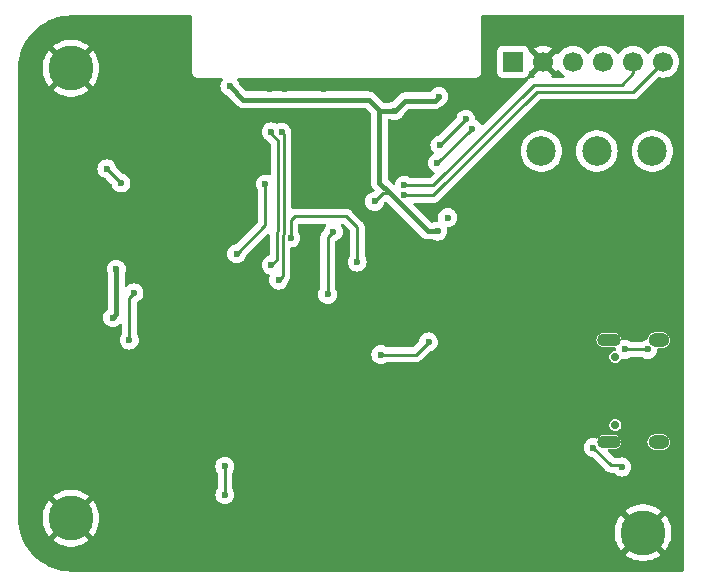
<source format=gbr>
%TF.GenerationSoftware,KiCad,Pcbnew,7.0.11+dfsg-1*%
%TF.CreationDate,2024-04-27T01:01:36+02:00*%
%TF.ProjectId,door_open_alarm,646f6f72-5f6f-4706-956e-5f616c61726d,rev?*%
%TF.SameCoordinates,Original*%
%TF.FileFunction,Copper,L2,Bot*%
%TF.FilePolarity,Positive*%
%FSLAX46Y46*%
G04 Gerber Fmt 4.6, Leading zero omitted, Abs format (unit mm)*
G04 Created by KiCad (PCBNEW 7.0.11+dfsg-1) date 2024-04-27 01:01:36*
%MOMM*%
%LPD*%
G01*
G04 APERTURE LIST*
%TA.AperFunction,ComponentPad*%
%ADD10C,3.800000*%
%TD*%
%TA.AperFunction,ComponentPad*%
%ADD11C,0.700000*%
%TD*%
%TA.AperFunction,ComponentPad*%
%ADD12O,2.000000X1.100000*%
%TD*%
%TA.AperFunction,ComponentPad*%
%ADD13O,1.800000X1.200000*%
%TD*%
%TA.AperFunction,ComponentPad*%
%ADD14C,2.500000*%
%TD*%
%TA.AperFunction,ComponentPad*%
%ADD15R,1.700000X1.700000*%
%TD*%
%TA.AperFunction,ComponentPad*%
%ADD16C,1.700000*%
%TD*%
%TA.AperFunction,ViaPad*%
%ADD17C,0.600000*%
%TD*%
%TA.AperFunction,Conductor*%
%ADD18C,0.250000*%
%TD*%
%TA.AperFunction,Conductor*%
%ADD19C,0.400000*%
%TD*%
G04 APERTURE END LIST*
D10*
%TO.P,H2,1,1*%
%TO.N,GND*%
X135300000Y-108400000D03*
%TD*%
D11*
%TO.P,USB1,*%
%TO.N,*%
X132945000Y-99310000D03*
X132945000Y-93530000D03*
D12*
%TO.P,USB1,13,SHELL*%
%TO.N,/SHIELD*%
X132415000Y-100740000D03*
D13*
X136625000Y-100740000D03*
D12*
%TO.P,USB1,14,SHELL*%
X132415000Y-92100000D03*
D13*
X136625000Y-92100000D03*
%TD*%
D10*
%TO.P,H3,1,1*%
%TO.N,GND*%
X86868000Y-107188000D03*
%TD*%
%TO.P,H4,1,1*%
%TO.N,GND*%
X86868000Y-69088000D03*
%TD*%
D14*
%TO.P,SW3,1,1*%
%TO.N,/V_INPUT*%
X126700000Y-76100000D03*
%TO.P,SW3,2,2*%
%TO.N,VCC*%
X131400000Y-76100000D03*
%TO.P,SW3,3,3*%
%TO.N,unconnected-(SW3-Pad3)*%
X136100000Y-76100000D03*
%TD*%
D15*
%TO.P,H1,1,1*%
%TO.N,+3.3V*%
X124307600Y-68529200D03*
D16*
%TO.P,H1,2,2*%
%TO.N,GND*%
X126847600Y-68529200D03*
%TO.P,H1,3,3*%
%TO.N,/U0_RX*%
X129387600Y-68529200D03*
%TO.P,H1,4,4*%
%TO.N,/U0_TX*%
X131927600Y-68529200D03*
%TO.P,H1,5,5*%
%TO.N,/GEN_1*%
X134467600Y-68529200D03*
%TO.P,H1,6,6*%
%TO.N,/GEN_2*%
X137007600Y-68529200D03*
%TD*%
D17*
%TO.N,*%
X118758400Y-81730883D03*
%TO.N,/SHIELD*%
X131100000Y-101200000D03*
X133500000Y-102850000D03*
X133800000Y-92900000D03*
X135700000Y-92900000D03*
%TO.N,GND*%
X130300000Y-99800000D03*
X119300000Y-99700000D03*
X117160000Y-94340000D03*
X102300000Y-85000000D03*
X117400000Y-109200000D03*
X107035600Y-77368400D03*
X103733600Y-70827200D03*
X132000000Y-105700000D03*
X120142000Y-81584800D03*
X123800000Y-83700000D03*
X97485200Y-78181200D03*
X133500000Y-83800000D03*
X132300000Y-90400000D03*
X109220000Y-74523600D03*
X120300000Y-99200000D03*
X108508800Y-89408000D03*
X97332800Y-72136000D03*
X120400000Y-96600000D03*
X92811600Y-80314800D03*
X120243600Y-86360000D03*
X113090000Y-71140000D03*
X117246400Y-84378800D03*
X129867252Y-96289508D03*
X111760000Y-77419200D03*
X114270000Y-71090000D03*
X131022331Y-92877669D03*
X92572200Y-74371200D03*
X115340000Y-73420000D03*
X118821200Y-86817200D03*
X104952800Y-70827200D03*
X109931200Y-91694000D03*
X118100000Y-96700000D03*
X124206000Y-79552800D03*
X108305600Y-70827200D03*
X134700000Y-87400000D03*
X124053600Y-77368400D03*
X137700000Y-105500000D03*
X111400000Y-94800000D03*
X127300000Y-93000000D03*
X109423200Y-79908400D03*
X97434400Y-74269600D03*
%TO.N,/V_INPUT*%
X90700000Y-86100000D03*
X90400000Y-90200000D03*
%TO.N,+3.3V*%
X117140000Y-92260000D03*
X117140000Y-92260000D03*
X112580000Y-80360000D03*
X109080000Y-82930000D03*
X112580000Y-80360000D03*
X117140000Y-92260000D03*
X118010000Y-71480000D03*
X113100000Y-93330000D03*
X114270000Y-72700000D03*
X108610000Y-88240000D03*
X100330000Y-70612000D03*
X117910000Y-82870000D03*
%TO.N,/ESP_RESET*%
X104444800Y-87020400D03*
X104698800Y-74523600D03*
%TO.N,/BOOT0*%
X103835200Y-85750400D03*
X103835200Y-74472800D03*
%TO.N,/V_SENSE*%
X91100000Y-78800000D03*
X89900000Y-77600000D03*
%TO.N,/U0_TX*%
X117900000Y-77100000D03*
X120830000Y-74200000D03*
%TO.N,/U0_RX*%
X118110000Y-75590400D03*
X120294400Y-73406000D03*
%TO.N,/GEN_1*%
X115100000Y-79000000D03*
%TO.N,/GEN_2*%
X115100000Y-79850003D03*
%TO.N,/EN*%
X92200000Y-88100000D03*
X91800000Y-92100000D03*
%TO.N,/LED_EN*%
X105477710Y-83460818D03*
X111099600Y-85496400D03*
%TO.N,/REED*%
X100900000Y-84800000D03*
X103318602Y-78900000D03*
X99900000Y-102800000D03*
X99900000Y-105200000D03*
%TD*%
D18*
%TO.N,/SHIELD*%
X133500000Y-102700000D02*
X133500000Y-102850000D01*
X133800000Y-92900000D02*
X135700000Y-92900000D01*
X132600000Y-102700000D02*
X133500000Y-102700000D01*
X131100000Y-101200000D02*
X132600000Y-102700000D01*
D19*
%TO.N,/V_INPUT*%
X90700000Y-86100000D02*
X90700000Y-89900000D01*
X90700000Y-89900000D02*
X90400000Y-90200000D01*
D18*
%TO.N,+3.3V*%
X116070000Y-93330000D02*
X117140000Y-92260000D01*
D19*
X112970000Y-72634800D02*
X112090200Y-71755000D01*
X112970000Y-78780664D02*
X112970000Y-72634800D01*
X118010000Y-71480000D02*
X117650000Y-71840000D01*
X112090200Y-71755000D02*
X101473000Y-71755000D01*
X114270000Y-72700000D02*
X113035200Y-72700000D01*
X113035200Y-72700000D02*
X112970000Y-72634800D01*
X117910000Y-82870000D02*
X117059336Y-82870000D01*
X115130000Y-71840000D02*
X114270000Y-72700000D01*
X117059336Y-82870000D02*
X113869668Y-79680332D01*
X112534000Y-72198800D02*
X112090200Y-71755000D01*
D18*
X112580000Y-80360000D02*
X113259668Y-79680332D01*
X113100000Y-93330000D02*
X116070000Y-93330000D01*
X108610000Y-83400000D02*
X109080000Y-82930000D01*
X113259668Y-79680332D02*
X113869668Y-79680332D01*
D19*
X101473000Y-71755000D02*
X100330000Y-70612000D01*
X117650000Y-71840000D02*
X115130000Y-71840000D01*
D18*
X108610000Y-88240000D02*
X108610000Y-83400000D01*
D19*
X113869668Y-79680332D02*
X112970000Y-78780664D01*
D18*
%TO.N,/ESP_RESET*%
X104900000Y-74724800D02*
X104698800Y-74523600D01*
X104802710Y-83181223D02*
X104900000Y-83083933D01*
X104900000Y-83083933D02*
X104900000Y-74724800D01*
X104802710Y-86662490D02*
X104802710Y-83181223D01*
X104444800Y-87020400D02*
X104802710Y-86662490D01*
%TO.N,/BOOT0*%
X104400000Y-75179395D02*
X103835200Y-74614595D01*
X103835200Y-74614595D02*
X103835200Y-74472800D01*
X104302710Y-85282890D02*
X104302710Y-82974116D01*
X104302710Y-82974116D02*
X104400000Y-82876826D01*
X103835200Y-85750400D02*
X104302710Y-85282890D01*
X104400000Y-82876826D02*
X104400000Y-75179395D01*
%TO.N,/V_SENSE*%
X89800000Y-77600000D02*
X89900000Y-77600000D01*
X91100000Y-78800000D02*
X89900000Y-77600000D01*
%TO.N,/U0_TX*%
X120830000Y-74200000D02*
X120800000Y-74200000D01*
X120800000Y-74200000D02*
X117900000Y-77100000D01*
%TO.N,/U0_RX*%
X120294400Y-73406000D02*
X118110000Y-75590400D01*
%TO.N,/GEN_1*%
X126034595Y-70500000D02*
X133500000Y-70500000D01*
X117534595Y-79000000D02*
X126034595Y-70500000D01*
X133500000Y-70500000D02*
X134467600Y-69532400D01*
X115100000Y-79000000D02*
X117534595Y-79000000D01*
X134467600Y-69532400D02*
X134467600Y-68529200D01*
%TO.N,/GEN_2*%
X117549997Y-79850003D02*
X126300000Y-71100000D01*
X126300000Y-71100000D02*
X134436800Y-71100000D01*
X115100000Y-79850003D02*
X117549997Y-79850003D01*
X134436800Y-71100000D02*
X137007600Y-68529200D01*
%TO.N,/EN*%
X92200000Y-88100000D02*
X91800000Y-88500000D01*
X91800000Y-88500000D02*
X91800000Y-92100000D01*
%TO.N,/LED_EN*%
X105511600Y-83515200D02*
X105511600Y-83494708D01*
X105477710Y-81952290D02*
X105820000Y-81610000D01*
X111099600Y-82539600D02*
X110170000Y-81610000D01*
X105511600Y-83494708D02*
X105477710Y-83460818D01*
X105562400Y-83464400D02*
X105511600Y-83515200D01*
X111099600Y-85496400D02*
X111099600Y-82539600D01*
X105820000Y-81610000D02*
X110170000Y-81610000D01*
X105477710Y-81952290D02*
X105477710Y-83460818D01*
%TO.N,/REED*%
X100900000Y-84800000D02*
X103318602Y-82381398D01*
X99900000Y-105200000D02*
X99900000Y-102800000D01*
X103318602Y-82381398D02*
X103318602Y-78900000D01*
%TD*%
%TA.AperFunction,Conductor*%
%TO.N,GND*%
G36*
X138742539Y-64620185D02*
G01*
X138788294Y-64672989D01*
X138799500Y-64724500D01*
X138799500Y-111575500D01*
X138779815Y-111642539D01*
X138727011Y-111688294D01*
X138675500Y-111699500D01*
X86902703Y-111699500D01*
X86897282Y-111699381D01*
X86862865Y-111697874D01*
X86512271Y-111682528D01*
X86501468Y-111681581D01*
X86122074Y-111631505D01*
X86111394Y-111629617D01*
X85737829Y-111546582D01*
X85727356Y-111543768D01*
X85362485Y-111428415D01*
X85352297Y-111424697D01*
X84998889Y-111277898D01*
X84989066Y-111273304D01*
X84649843Y-111096192D01*
X84640458Y-111090757D01*
X84631423Y-111084983D01*
X84318000Y-110884676D01*
X84309136Y-110878449D01*
X84005928Y-110644989D01*
X83997633Y-110638004D01*
X83715968Y-110378931D01*
X83708315Y-110371247D01*
X83613182Y-110266989D01*
X83450381Y-110088571D01*
X83443428Y-110080248D01*
X83239703Y-109813469D01*
X83211167Y-109776100D01*
X83204973Y-109767207D01*
X83000179Y-109443935D01*
X82994788Y-109434541D01*
X82819013Y-109094590D01*
X82814471Y-109084776D01*
X82669072Y-108730767D01*
X82665404Y-108720591D01*
X82551492Y-108355225D01*
X82548728Y-108344771D01*
X82467175Y-107970849D01*
X82465335Y-107960196D01*
X82416768Y-107580593D01*
X82415864Y-107569794D01*
X82414740Y-107541553D01*
X82400674Y-107188005D01*
X84463255Y-107188005D01*
X84482215Y-107489383D01*
X84482216Y-107489390D01*
X84538805Y-107786040D01*
X84632125Y-108073247D01*
X84632127Y-108073252D01*
X84760704Y-108346491D01*
X84760707Y-108346497D01*
X84922516Y-108601469D01*
X85003311Y-108699133D01*
X85932210Y-107770234D01*
X86032894Y-107911624D01*
X86184932Y-108056592D01*
X86287222Y-108122329D01*
X85354564Y-109054987D01*
X85354565Y-109054989D01*
X85579461Y-109218385D01*
X85579479Y-109218397D01*
X85844109Y-109363878D01*
X85844117Y-109363882D01*
X86124889Y-109475047D01*
X86124892Y-109475048D01*
X86417399Y-109550150D01*
X86716995Y-109587999D01*
X86717007Y-109588000D01*
X87018993Y-109588000D01*
X87019004Y-109587999D01*
X87318600Y-109550150D01*
X87611107Y-109475048D01*
X87611110Y-109475047D01*
X87891882Y-109363882D01*
X87891890Y-109363878D01*
X88156520Y-109218397D01*
X88156530Y-109218390D01*
X88381433Y-109054987D01*
X88381434Y-109054987D01*
X87451307Y-108124859D01*
X87465410Y-108117589D01*
X87630540Y-107987729D01*
X87768110Y-107828965D01*
X87802665Y-107769112D01*
X88732687Y-108699134D01*
X88813486Y-108601464D01*
X88941335Y-108400005D01*
X132895255Y-108400005D01*
X132914215Y-108701383D01*
X132914216Y-108701390D01*
X132970805Y-108998040D01*
X133064125Y-109285247D01*
X133064127Y-109285252D01*
X133192704Y-109558491D01*
X133192707Y-109558497D01*
X133354516Y-109813469D01*
X133435311Y-109911133D01*
X134364210Y-108982234D01*
X134464894Y-109123624D01*
X134616932Y-109268592D01*
X134719222Y-109334329D01*
X133786564Y-110266987D01*
X133786565Y-110266989D01*
X134011461Y-110430385D01*
X134011479Y-110430397D01*
X134276109Y-110575878D01*
X134276117Y-110575882D01*
X134556889Y-110687047D01*
X134556892Y-110687048D01*
X134849399Y-110762150D01*
X135148995Y-110799999D01*
X135149007Y-110800000D01*
X135450993Y-110800000D01*
X135451004Y-110799999D01*
X135750600Y-110762150D01*
X136043107Y-110687048D01*
X136043110Y-110687047D01*
X136323882Y-110575882D01*
X136323890Y-110575878D01*
X136588520Y-110430397D01*
X136588530Y-110430390D01*
X136813433Y-110266987D01*
X136813434Y-110266987D01*
X135883307Y-109336859D01*
X135897410Y-109329589D01*
X136062540Y-109199729D01*
X136200110Y-109040965D01*
X136234665Y-108981112D01*
X137164687Y-109911134D01*
X137245486Y-109813464D01*
X137407292Y-109558497D01*
X137407295Y-109558491D01*
X137535872Y-109285252D01*
X137535874Y-109285247D01*
X137629194Y-108998040D01*
X137685783Y-108701390D01*
X137685784Y-108701383D01*
X137704745Y-108400005D01*
X137704745Y-108399994D01*
X137685784Y-108098616D01*
X137685783Y-108098609D01*
X137629194Y-107801959D01*
X137535874Y-107514752D01*
X137535872Y-107514747D01*
X137407295Y-107241508D01*
X137407292Y-107241502D01*
X137245483Y-106986530D01*
X137164686Y-106888864D01*
X136235787Y-107817763D01*
X136135106Y-107676376D01*
X135983068Y-107531408D01*
X135880776Y-107465669D01*
X136813434Y-106533011D01*
X136813433Y-106533009D01*
X136588538Y-106369614D01*
X136588520Y-106369602D01*
X136323890Y-106224121D01*
X136323882Y-106224117D01*
X136043110Y-106112952D01*
X136043107Y-106112951D01*
X135750600Y-106037849D01*
X135451004Y-106000000D01*
X135148995Y-106000000D01*
X134849399Y-106037849D01*
X134556892Y-106112951D01*
X134556889Y-106112952D01*
X134276117Y-106224117D01*
X134276109Y-106224121D01*
X134011476Y-106369604D01*
X134011471Y-106369607D01*
X133786565Y-106533010D01*
X133786564Y-106533011D01*
X134716693Y-107463140D01*
X134702590Y-107470411D01*
X134537460Y-107600271D01*
X134399890Y-107759035D01*
X134365334Y-107818887D01*
X133435311Y-106888864D01*
X133354520Y-106986525D01*
X133354518Y-106986528D01*
X133192707Y-107241502D01*
X133192704Y-107241508D01*
X133064127Y-107514747D01*
X133064125Y-107514752D01*
X132970805Y-107801959D01*
X132914216Y-108098609D01*
X132914215Y-108098616D01*
X132895255Y-108399994D01*
X132895255Y-108400005D01*
X88941335Y-108400005D01*
X88975292Y-108346497D01*
X88975295Y-108346491D01*
X89103872Y-108073252D01*
X89103874Y-108073247D01*
X89197194Y-107786040D01*
X89253783Y-107489390D01*
X89253784Y-107489383D01*
X89272745Y-107188005D01*
X89272745Y-107187994D01*
X89253784Y-106886616D01*
X89253783Y-106886609D01*
X89197194Y-106589959D01*
X89103874Y-106302752D01*
X89103872Y-106302747D01*
X88975295Y-106029508D01*
X88975292Y-106029502D01*
X88813483Y-105774530D01*
X88732686Y-105676864D01*
X87803787Y-106605763D01*
X87703106Y-106464376D01*
X87551068Y-106319408D01*
X87448776Y-106253669D01*
X88381434Y-105321011D01*
X88381433Y-105321009D01*
X88214882Y-105200003D01*
X99094435Y-105200003D01*
X99114630Y-105379249D01*
X99114631Y-105379254D01*
X99174211Y-105549523D01*
X99254225Y-105676864D01*
X99270184Y-105702262D01*
X99397738Y-105829816D01*
X99550478Y-105925789D01*
X99720745Y-105985368D01*
X99720750Y-105985369D01*
X99899996Y-106005565D01*
X99900000Y-106005565D01*
X99900004Y-106005565D01*
X100079249Y-105985369D01*
X100079252Y-105985368D01*
X100079255Y-105985368D01*
X100249522Y-105925789D01*
X100402262Y-105829816D01*
X100529816Y-105702262D01*
X100625789Y-105549522D01*
X100685368Y-105379255D01*
X100685369Y-105379249D01*
X100705565Y-105200003D01*
X100705565Y-105199996D01*
X100685369Y-105020750D01*
X100685368Y-105020745D01*
X100682349Y-105012117D01*
X100625789Y-104850478D01*
X100586531Y-104788000D01*
X100544506Y-104721117D01*
X100525500Y-104655145D01*
X100525500Y-103344854D01*
X100544507Y-103278881D01*
X100625788Y-103149524D01*
X100625789Y-103149522D01*
X100685368Y-102979255D01*
X100699931Y-102850003D01*
X100705565Y-102800003D01*
X100705565Y-102799996D01*
X100685369Y-102620750D01*
X100685368Y-102620745D01*
X100625788Y-102450476D01*
X100529815Y-102297737D01*
X100402262Y-102170184D01*
X100249523Y-102074211D01*
X100079254Y-102014631D01*
X100079249Y-102014630D01*
X99900004Y-101994435D01*
X99899996Y-101994435D01*
X99720750Y-102014630D01*
X99720745Y-102014631D01*
X99550476Y-102074211D01*
X99397737Y-102170184D01*
X99270184Y-102297737D01*
X99174211Y-102450476D01*
X99114631Y-102620745D01*
X99114630Y-102620750D01*
X99094435Y-102799996D01*
X99094435Y-102800003D01*
X99114630Y-102979249D01*
X99114631Y-102979254D01*
X99174211Y-103149524D01*
X99255493Y-103278881D01*
X99274500Y-103344854D01*
X99274500Y-104655145D01*
X99255494Y-104721117D01*
X99174211Y-104850476D01*
X99114631Y-105020745D01*
X99114630Y-105020750D01*
X99094435Y-105199996D01*
X99094435Y-105200003D01*
X88214882Y-105200003D01*
X88156538Y-105157614D01*
X88156520Y-105157602D01*
X87891890Y-105012121D01*
X87891882Y-105012117D01*
X87611110Y-104900952D01*
X87611107Y-104900951D01*
X87318600Y-104825849D01*
X87019004Y-104788000D01*
X86716995Y-104788000D01*
X86417399Y-104825849D01*
X86124892Y-104900951D01*
X86124889Y-104900952D01*
X85844117Y-105012117D01*
X85844109Y-105012121D01*
X85579476Y-105157604D01*
X85579471Y-105157607D01*
X85354565Y-105321010D01*
X85354564Y-105321011D01*
X86284693Y-106251140D01*
X86270590Y-106258411D01*
X86105460Y-106388271D01*
X85967890Y-106547035D01*
X85933334Y-106606887D01*
X85003311Y-105676864D01*
X84922520Y-105774525D01*
X84922518Y-105774528D01*
X84760707Y-106029502D01*
X84760704Y-106029508D01*
X84632127Y-106302747D01*
X84632125Y-106302752D01*
X84538805Y-106589959D01*
X84482216Y-106886609D01*
X84482215Y-106886616D01*
X84463255Y-107187994D01*
X84463255Y-107188005D01*
X82400674Y-107188005D01*
X82400597Y-107186057D01*
X82400501Y-107180649D01*
X82400758Y-107116100D01*
X82400757Y-107116097D01*
X82400779Y-107110608D01*
X82400500Y-107106203D01*
X82400500Y-101200003D01*
X130294435Y-101200003D01*
X130314630Y-101379249D01*
X130314631Y-101379254D01*
X130374211Y-101549523D01*
X130470184Y-101702262D01*
X130597738Y-101829816D01*
X130750478Y-101925789D01*
X130920745Y-101985368D01*
X130967823Y-101990672D01*
X131032236Y-102017737D01*
X131041621Y-102026211D01*
X132099197Y-103083788D01*
X132109022Y-103096051D01*
X132109243Y-103095869D01*
X132114211Y-103101874D01*
X132163222Y-103147899D01*
X132166021Y-103150612D01*
X132185522Y-103170114D01*
X132185526Y-103170117D01*
X132185529Y-103170120D01*
X132188702Y-103172581D01*
X132197574Y-103180159D01*
X132229418Y-103210062D01*
X132246976Y-103219714D01*
X132263235Y-103230395D01*
X132279064Y-103242673D01*
X132319155Y-103260021D01*
X132329626Y-103265151D01*
X132352180Y-103277550D01*
X132367902Y-103286194D01*
X132367904Y-103286195D01*
X132367908Y-103286197D01*
X132387316Y-103291180D01*
X132405719Y-103297481D01*
X132424101Y-103305436D01*
X132424102Y-103305436D01*
X132424104Y-103305437D01*
X132467250Y-103312270D01*
X132478672Y-103314636D01*
X132520981Y-103325500D01*
X132541016Y-103325500D01*
X132560414Y-103327026D01*
X132580194Y-103330159D01*
X132580195Y-103330160D01*
X132580195Y-103330159D01*
X132580196Y-103330160D01*
X132623675Y-103326050D01*
X132635344Y-103325500D01*
X132792060Y-103325500D01*
X132859099Y-103345185D01*
X132879741Y-103361819D01*
X132997738Y-103479816D01*
X133150478Y-103575789D01*
X133320745Y-103635368D01*
X133320750Y-103635369D01*
X133499996Y-103655565D01*
X133500000Y-103655565D01*
X133500004Y-103655565D01*
X133679249Y-103635369D01*
X133679252Y-103635368D01*
X133679255Y-103635368D01*
X133849522Y-103575789D01*
X134002262Y-103479816D01*
X134129816Y-103352262D01*
X134225789Y-103199522D01*
X134285368Y-103029255D01*
X134291002Y-102979254D01*
X134305565Y-102850003D01*
X134305565Y-102849996D01*
X134285369Y-102670750D01*
X134285368Y-102670745D01*
X134225788Y-102500476D01*
X134129815Y-102347737D01*
X134002262Y-102220184D01*
X133849523Y-102124211D01*
X133679254Y-102064631D01*
X133679249Y-102064630D01*
X133500004Y-102044435D01*
X133499996Y-102044435D01*
X133320753Y-102064630D01*
X133320746Y-102064631D01*
X133316016Y-102066286D01*
X133312430Y-102067541D01*
X133271477Y-102074500D01*
X132910453Y-102074500D01*
X132843414Y-102054815D01*
X132822772Y-102038181D01*
X132336772Y-101552181D01*
X132303287Y-101490858D01*
X132308271Y-101421166D01*
X132350143Y-101365233D01*
X132415607Y-101340816D01*
X132424453Y-101340500D01*
X132904354Y-101340500D01*
X132904361Y-101340500D01*
X133021762Y-101325044D01*
X133167841Y-101264536D01*
X133293282Y-101168282D01*
X133389536Y-101042841D01*
X133450044Y-100896762D01*
X133470682Y-100740000D01*
X133465262Y-100698833D01*
X135670624Y-100698833D01*
X135680944Y-100862860D01*
X135731732Y-101019171D01*
X135731734Y-101019175D01*
X135819798Y-101157940D01*
X135939603Y-101270445D01*
X135939611Y-101270451D01*
X136083628Y-101349625D01*
X136083632Y-101349627D01*
X136242823Y-101390500D01*
X136242827Y-101390500D01*
X136965923Y-101390500D01*
X136965925Y-101390500D01*
X136965930Y-101390499D01*
X136965934Y-101390499D01*
X136979174Y-101388826D01*
X137088058Y-101375071D01*
X137240871Y-101314568D01*
X137240878Y-101314563D01*
X137373835Y-101217965D01*
X137373835Y-101217963D01*
X137373837Y-101217963D01*
X137478600Y-101091326D01*
X137548579Y-100942613D01*
X137579376Y-100781170D01*
X137569056Y-100617140D01*
X137518268Y-100460829D01*
X137503246Y-100437159D01*
X137476133Y-100394435D01*
X137430202Y-100322060D01*
X137316688Y-100215463D01*
X137310396Y-100209554D01*
X137310388Y-100209548D01*
X137166371Y-100130374D01*
X137166361Y-100130371D01*
X137007180Y-100089500D01*
X137007177Y-100089500D01*
X136284075Y-100089500D01*
X136284065Y-100089500D01*
X136161942Y-100104929D01*
X136161939Y-100104929D01*
X136009130Y-100165431D01*
X136009121Y-100165436D01*
X135876164Y-100262034D01*
X135876162Y-100262037D01*
X135771400Y-100388673D01*
X135701420Y-100537387D01*
X135692674Y-100583238D01*
X135670624Y-100698830D01*
X135670624Y-100698832D01*
X135670624Y-100698833D01*
X133465262Y-100698833D01*
X133450044Y-100583238D01*
X133389536Y-100437159D01*
X133293282Y-100311718D01*
X133167841Y-100215464D01*
X133153568Y-100209552D01*
X133021762Y-100154956D01*
X133021760Y-100154955D01*
X132904370Y-100139501D01*
X132904367Y-100139500D01*
X132904361Y-100139500D01*
X131925639Y-100139500D01*
X131925633Y-100139500D01*
X131925629Y-100139501D01*
X131808239Y-100154955D01*
X131808237Y-100154956D01*
X131662160Y-100215463D01*
X131662159Y-100215464D01*
X131536718Y-100311718D01*
X131536717Y-100311719D01*
X131536716Y-100311720D01*
X131474596Y-100392676D01*
X131418168Y-100433878D01*
X131348422Y-100438033D01*
X131335267Y-100434231D01*
X131279257Y-100414632D01*
X131279249Y-100414630D01*
X131100004Y-100394435D01*
X131099996Y-100394435D01*
X130920750Y-100414630D01*
X130920745Y-100414631D01*
X130750476Y-100474211D01*
X130597737Y-100570184D01*
X130470184Y-100697737D01*
X130374211Y-100850476D01*
X130314631Y-101020745D01*
X130314630Y-101020750D01*
X130294435Y-101199996D01*
X130294435Y-101200003D01*
X82400500Y-101200003D01*
X82400500Y-99381963D01*
X132444500Y-99381963D01*
X132485045Y-99520050D01*
X132485047Y-99520053D01*
X132562857Y-99641128D01*
X132671627Y-99735377D01*
X132802543Y-99795165D01*
X132909201Y-99810500D01*
X132909204Y-99810500D01*
X132980796Y-99810500D01*
X132980799Y-99810500D01*
X133087457Y-99795165D01*
X133218373Y-99735377D01*
X133327143Y-99641128D01*
X133404953Y-99520053D01*
X133445500Y-99381961D01*
X133445500Y-99238039D01*
X133404953Y-99099947D01*
X133327143Y-98978872D01*
X133218373Y-98884623D01*
X133218371Y-98884622D01*
X133087456Y-98824834D01*
X133007611Y-98813355D01*
X132980799Y-98809500D01*
X132909201Y-98809500D01*
X132895794Y-98811427D01*
X132802543Y-98824834D01*
X132671628Y-98884622D01*
X132671626Y-98884623D01*
X132562856Y-98978873D01*
X132485045Y-99099949D01*
X132444500Y-99238036D01*
X132444500Y-99381963D01*
X82400500Y-99381963D01*
X82400500Y-93330003D01*
X112294435Y-93330003D01*
X112314630Y-93509249D01*
X112314631Y-93509254D01*
X112374211Y-93679523D01*
X112450770Y-93801365D01*
X112470184Y-93832262D01*
X112597738Y-93959816D01*
X112750478Y-94055789D01*
X112920745Y-94115368D01*
X112920750Y-94115369D01*
X113099996Y-94135565D01*
X113100000Y-94135565D01*
X113100004Y-94135565D01*
X113279249Y-94115369D01*
X113279252Y-94115368D01*
X113279255Y-94115368D01*
X113449522Y-94055789D01*
X113578883Y-93974505D01*
X113644855Y-93955500D01*
X115987257Y-93955500D01*
X116002877Y-93957224D01*
X116002904Y-93956939D01*
X116010660Y-93957671D01*
X116010667Y-93957673D01*
X116077873Y-93955561D01*
X116081768Y-93955500D01*
X116109346Y-93955500D01*
X116109350Y-93955500D01*
X116113324Y-93954997D01*
X116124963Y-93954080D01*
X116168627Y-93952709D01*
X116187869Y-93947117D01*
X116206912Y-93943174D01*
X116226792Y-93940664D01*
X116267401Y-93924585D01*
X116278444Y-93920803D01*
X116320390Y-93908618D01*
X116337629Y-93898422D01*
X116355103Y-93889862D01*
X116373727Y-93882488D01*
X116373727Y-93882487D01*
X116373732Y-93882486D01*
X116409083Y-93856800D01*
X116418814Y-93850408D01*
X116456420Y-93828170D01*
X116470589Y-93813999D01*
X116485379Y-93801368D01*
X116501587Y-93789594D01*
X116529438Y-93755926D01*
X116537279Y-93747309D01*
X117198379Y-93086209D01*
X117259700Y-93052726D01*
X117272156Y-93050674D01*
X117319255Y-93045368D01*
X117489522Y-92985789D01*
X117642262Y-92889816D01*
X117769816Y-92762262D01*
X117865789Y-92609522D01*
X117925368Y-92439255D01*
X117943396Y-92279254D01*
X117945565Y-92260003D01*
X117945565Y-92259996D01*
X117927538Y-92100001D01*
X131359318Y-92100001D01*
X131379955Y-92256760D01*
X131379956Y-92256762D01*
X131389272Y-92279254D01*
X131440464Y-92402841D01*
X131536718Y-92528282D01*
X131662159Y-92624536D01*
X131808238Y-92685044D01*
X131925639Y-92700500D01*
X131925646Y-92700500D01*
X132878157Y-92700500D01*
X132945196Y-92720185D01*
X132990951Y-92772989D01*
X133001377Y-92838383D01*
X132994435Y-92899996D01*
X132994435Y-92906963D01*
X132992029Y-92906963D01*
X132981908Y-92964705D01*
X132934552Y-93016079D01*
X132888396Y-93032491D01*
X132802543Y-93044834D01*
X132671628Y-93104622D01*
X132671626Y-93104623D01*
X132562856Y-93198873D01*
X132485045Y-93319949D01*
X132444500Y-93458036D01*
X132444500Y-93601963D01*
X132485045Y-93740050D01*
X132485047Y-93740053D01*
X132562857Y-93861128D01*
X132671627Y-93955377D01*
X132802543Y-94015165D01*
X132909201Y-94030500D01*
X132909204Y-94030500D01*
X132980796Y-94030500D01*
X132980799Y-94030500D01*
X133087457Y-94015165D01*
X133218373Y-93955377D01*
X133327143Y-93861128D01*
X133404953Y-93740053D01*
X133404954Y-93740047D01*
X133408639Y-93731982D01*
X133411730Y-93733393D01*
X133440606Y-93688437D01*
X133504154Y-93659396D01*
X133562787Y-93665087D01*
X133580071Y-93671135D01*
X133620740Y-93685367D01*
X133620750Y-93685369D01*
X133799996Y-93705565D01*
X133800000Y-93705565D01*
X133800004Y-93705565D01*
X133979249Y-93685369D01*
X133979252Y-93685368D01*
X133979255Y-93685368D01*
X134149522Y-93625789D01*
X134278883Y-93544505D01*
X134344855Y-93525500D01*
X135155145Y-93525500D01*
X135221116Y-93544505D01*
X135350478Y-93625789D01*
X135462788Y-93665088D01*
X135520745Y-93685368D01*
X135520750Y-93685369D01*
X135699996Y-93705565D01*
X135700000Y-93705565D01*
X135700004Y-93705565D01*
X135879249Y-93685369D01*
X135879252Y-93685368D01*
X135879255Y-93685368D01*
X136049522Y-93625789D01*
X136202262Y-93529816D01*
X136329816Y-93402262D01*
X136425789Y-93249522D01*
X136485368Y-93079255D01*
X136489186Y-93045368D01*
X136505565Y-92900003D01*
X136505565Y-92900001D01*
X136505565Y-92900000D01*
X136504256Y-92888384D01*
X136516309Y-92819564D01*
X136563657Y-92768184D01*
X136627476Y-92750500D01*
X136965923Y-92750500D01*
X136965925Y-92750500D01*
X136965930Y-92750499D01*
X136965934Y-92750499D01*
X136979174Y-92748826D01*
X137088058Y-92735071D01*
X137240871Y-92674568D01*
X137249662Y-92668181D01*
X137373835Y-92577965D01*
X137373835Y-92577963D01*
X137373837Y-92577963D01*
X137478600Y-92451326D01*
X137548579Y-92302613D01*
X137579376Y-92141170D01*
X137569056Y-91977140D01*
X137518268Y-91820829D01*
X137503246Y-91797159D01*
X137430201Y-91682059D01*
X137310396Y-91569554D01*
X137310388Y-91569548D01*
X137166371Y-91490374D01*
X137166361Y-91490371D01*
X137007180Y-91449500D01*
X137007177Y-91449500D01*
X136284075Y-91449500D01*
X136284065Y-91449500D01*
X136161942Y-91464929D01*
X136161939Y-91464929D01*
X136009130Y-91525431D01*
X136009121Y-91525436D01*
X135876164Y-91622034D01*
X135876162Y-91622037D01*
X135771400Y-91748673D01*
X135701421Y-91897387D01*
X135680159Y-92008845D01*
X135648260Y-92071008D01*
X135587818Y-92106058D01*
X135572239Y-92108829D01*
X135520750Y-92114630D01*
X135350478Y-92174210D01*
X135221117Y-92255494D01*
X135155145Y-92274500D01*
X134344855Y-92274500D01*
X134278883Y-92255494D01*
X134149523Y-92174211D01*
X133979254Y-92114631D01*
X133979249Y-92114630D01*
X133800004Y-92094435D01*
X133799996Y-92094435D01*
X133620746Y-92114631D01*
X133613956Y-92116181D01*
X133613525Y-92114296D01*
X133553309Y-92117357D01*
X133492689Y-92082615D01*
X133460476Y-92020614D01*
X133459221Y-92012945D01*
X133450044Y-91943239D01*
X133450044Y-91943238D01*
X133389536Y-91797159D01*
X133293282Y-91671718D01*
X133167841Y-91575464D01*
X133153568Y-91569552D01*
X133021762Y-91514956D01*
X133021760Y-91514955D01*
X132904370Y-91499501D01*
X132904367Y-91499500D01*
X132904361Y-91499500D01*
X131925639Y-91499500D01*
X131925633Y-91499500D01*
X131925629Y-91499501D01*
X131808239Y-91514955D01*
X131808237Y-91514956D01*
X131662160Y-91575463D01*
X131536718Y-91671718D01*
X131440463Y-91797160D01*
X131379956Y-91943237D01*
X131379955Y-91943239D01*
X131359318Y-92099998D01*
X131359318Y-92100001D01*
X117927538Y-92100001D01*
X117925369Y-92080750D01*
X117925368Y-92080745D01*
X117889115Y-91977139D01*
X117865789Y-91910478D01*
X117857563Y-91897387D01*
X117809458Y-91820828D01*
X117769816Y-91757738D01*
X117642262Y-91630184D01*
X117555176Y-91575464D01*
X117489523Y-91534211D01*
X117319254Y-91474631D01*
X117319249Y-91474630D01*
X117140004Y-91454435D01*
X117139996Y-91454435D01*
X116960750Y-91474630D01*
X116960745Y-91474631D01*
X116790476Y-91534211D01*
X116637737Y-91630184D01*
X116510184Y-91757737D01*
X116414210Y-91910478D01*
X116354630Y-92080750D01*
X116349326Y-92127825D01*
X116322258Y-92192238D01*
X116313787Y-92201620D01*
X115847228Y-92668181D01*
X115785905Y-92701666D01*
X115759547Y-92704500D01*
X113644855Y-92704500D01*
X113578883Y-92685494D01*
X113449523Y-92604211D01*
X113279254Y-92544631D01*
X113279249Y-92544630D01*
X113100004Y-92524435D01*
X113099996Y-92524435D01*
X112920750Y-92544630D01*
X112920745Y-92544631D01*
X112750476Y-92604211D01*
X112597737Y-92700184D01*
X112470184Y-92827737D01*
X112374211Y-92980476D01*
X112314631Y-93150745D01*
X112314630Y-93150750D01*
X112294435Y-93329996D01*
X112294435Y-93330003D01*
X82400500Y-93330003D01*
X82400500Y-90200003D01*
X89594435Y-90200003D01*
X89614630Y-90379249D01*
X89614631Y-90379254D01*
X89674211Y-90549523D01*
X89770184Y-90702262D01*
X89897738Y-90829816D01*
X90050478Y-90925789D01*
X90220745Y-90985368D01*
X90220750Y-90985369D01*
X90399996Y-91005565D01*
X90400000Y-91005565D01*
X90400004Y-91005565D01*
X90579249Y-90985369D01*
X90579252Y-90985368D01*
X90579255Y-90985368D01*
X90749522Y-90925789D01*
X90902262Y-90829816D01*
X90962819Y-90769259D01*
X91024142Y-90735774D01*
X91093834Y-90740758D01*
X91149767Y-90782630D01*
X91174184Y-90848094D01*
X91174500Y-90856940D01*
X91174500Y-91555145D01*
X91155494Y-91621117D01*
X91074211Y-91750476D01*
X91014631Y-91920745D01*
X91014630Y-91920750D01*
X90994435Y-92099996D01*
X90994435Y-92100003D01*
X91014630Y-92279249D01*
X91014631Y-92279254D01*
X91074211Y-92449523D01*
X91154915Y-92577962D01*
X91170184Y-92602262D01*
X91297738Y-92729816D01*
X91450478Y-92825789D01*
X91486470Y-92838383D01*
X91620745Y-92885368D01*
X91620750Y-92885369D01*
X91799996Y-92905565D01*
X91800000Y-92905565D01*
X91800004Y-92905565D01*
X91979249Y-92885369D01*
X91979252Y-92885368D01*
X91979255Y-92885368D01*
X92149522Y-92825789D01*
X92302262Y-92729816D01*
X92429816Y-92602262D01*
X92525789Y-92449522D01*
X92585368Y-92279255D01*
X92587537Y-92260003D01*
X92605565Y-92100003D01*
X92605565Y-92099996D01*
X92585369Y-91920750D01*
X92585368Y-91920745D01*
X92550406Y-91820829D01*
X92525789Y-91750478D01*
X92524655Y-91748674D01*
X92444506Y-91621117D01*
X92425500Y-91555145D01*
X92425500Y-88957169D01*
X92445185Y-88890130D01*
X92497989Y-88844375D01*
X92508546Y-88840127D01*
X92549522Y-88825789D01*
X92702262Y-88729816D01*
X92829816Y-88602262D01*
X92925789Y-88449522D01*
X92985368Y-88279255D01*
X92989791Y-88240000D01*
X93005565Y-88100003D01*
X93005565Y-88099996D01*
X92985369Y-87920750D01*
X92985368Y-87920745D01*
X92945136Y-87805768D01*
X92925789Y-87750478D01*
X92923093Y-87746188D01*
X92862790Y-87650216D01*
X92829816Y-87597738D01*
X92702262Y-87470184D01*
X92698882Y-87468060D01*
X92549523Y-87374211D01*
X92379254Y-87314631D01*
X92379249Y-87314630D01*
X92200004Y-87294435D01*
X92199996Y-87294435D01*
X92020750Y-87314630D01*
X92020745Y-87314631D01*
X91850476Y-87374211D01*
X91697737Y-87470184D01*
X91612181Y-87555741D01*
X91550858Y-87589226D01*
X91481166Y-87584242D01*
X91425233Y-87542370D01*
X91400816Y-87476906D01*
X91400500Y-87468060D01*
X91400500Y-86525493D01*
X91419508Y-86459519D01*
X91425787Y-86449525D01*
X91425786Y-86449525D01*
X91425789Y-86449522D01*
X91485368Y-86279255D01*
X91485369Y-86279249D01*
X91505565Y-86100003D01*
X91505565Y-86099996D01*
X91485369Y-85920750D01*
X91485368Y-85920745D01*
X91425788Y-85750476D01*
X91386582Y-85688080D01*
X91329816Y-85597738D01*
X91202262Y-85470184D01*
X91138017Y-85429816D01*
X91049523Y-85374211D01*
X90879254Y-85314631D01*
X90879249Y-85314630D01*
X90700004Y-85294435D01*
X90699996Y-85294435D01*
X90520750Y-85314630D01*
X90520745Y-85314631D01*
X90350476Y-85374211D01*
X90197737Y-85470184D01*
X90070184Y-85597737D01*
X89974211Y-85750476D01*
X89914631Y-85920745D01*
X89914630Y-85920750D01*
X89894435Y-86099996D01*
X89894435Y-86100003D01*
X89914630Y-86279249D01*
X89914631Y-86279254D01*
X89974212Y-86449525D01*
X89980492Y-86459519D01*
X89999500Y-86525493D01*
X89999500Y-89437710D01*
X89979815Y-89504749D01*
X89941472Y-89542704D01*
X89897738Y-89570183D01*
X89770184Y-89697737D01*
X89674211Y-89850476D01*
X89614631Y-90020745D01*
X89614630Y-90020750D01*
X89594435Y-90199996D01*
X89594435Y-90200003D01*
X82400500Y-90200003D01*
X82400500Y-84800003D01*
X100094435Y-84800003D01*
X100114630Y-84979249D01*
X100114631Y-84979254D01*
X100174211Y-85149523D01*
X100265266Y-85294435D01*
X100270184Y-85302262D01*
X100397738Y-85429816D01*
X100550478Y-85525789D01*
X100680098Y-85571145D01*
X100720745Y-85585368D01*
X100720750Y-85585369D01*
X100899996Y-85605565D01*
X100900000Y-85605565D01*
X100900004Y-85605565D01*
X101079249Y-85585369D01*
X101079252Y-85585368D01*
X101079255Y-85585368D01*
X101249522Y-85525789D01*
X101402262Y-85429816D01*
X101529816Y-85302262D01*
X101625789Y-85149522D01*
X101685368Y-84979255D01*
X101690672Y-84932173D01*
X101717737Y-84867763D01*
X101726201Y-84858387D01*
X103465530Y-83119058D01*
X103526852Y-83085575D01*
X103596544Y-83090559D01*
X103652477Y-83132431D01*
X103676894Y-83197895D01*
X103677210Y-83206741D01*
X103677210Y-84869608D01*
X103657525Y-84936647D01*
X103604721Y-84982402D01*
X103594164Y-84986650D01*
X103485678Y-85024610D01*
X103332937Y-85120584D01*
X103205384Y-85248137D01*
X103109411Y-85400876D01*
X103049831Y-85571145D01*
X103049830Y-85571150D01*
X103029635Y-85750396D01*
X103029635Y-85750403D01*
X103049830Y-85929649D01*
X103049831Y-85929654D01*
X103109411Y-86099923D01*
X103205384Y-86252662D01*
X103332938Y-86380216D01*
X103485678Y-86476189D01*
X103637209Y-86529212D01*
X103693984Y-86569933D01*
X103719732Y-86634885D01*
X103713296Y-86687207D01*
X103659432Y-86841142D01*
X103659430Y-86841150D01*
X103639235Y-87020396D01*
X103639235Y-87020403D01*
X103659430Y-87199649D01*
X103659431Y-87199654D01*
X103719011Y-87369923D01*
X103814984Y-87522662D01*
X103942538Y-87650216D01*
X104095278Y-87746189D01*
X104137940Y-87761117D01*
X104265545Y-87805768D01*
X104265550Y-87805769D01*
X104444796Y-87825965D01*
X104444800Y-87825965D01*
X104444804Y-87825965D01*
X104624049Y-87805769D01*
X104624052Y-87805768D01*
X104624055Y-87805768D01*
X104794322Y-87746189D01*
X104947062Y-87650216D01*
X105074616Y-87522662D01*
X105170589Y-87369922D01*
X105230168Y-87199655D01*
X105235471Y-87152576D01*
X105262535Y-87088166D01*
X105271011Y-87078778D01*
X105272830Y-87076961D01*
X105275293Y-87073784D01*
X105282877Y-87064906D01*
X105312771Y-87033073D01*
X105319736Y-87020403D01*
X105322423Y-87015514D01*
X105333106Y-86999251D01*
X105345383Y-86983426D01*
X105362731Y-86943334D01*
X105367861Y-86932861D01*
X105388907Y-86894582D01*
X105393890Y-86875170D01*
X105400191Y-86856770D01*
X105408147Y-86838386D01*
X105414980Y-86795238D01*
X105417343Y-86783828D01*
X105428210Y-86741509D01*
X105428210Y-86721473D01*
X105429737Y-86702072D01*
X105432870Y-86682294D01*
X105428760Y-86638814D01*
X105428210Y-86627145D01*
X105428210Y-84382773D01*
X105447895Y-84315734D01*
X105500699Y-84269979D01*
X105538325Y-84259553D01*
X105571278Y-84255840D01*
X105656960Y-84246187D01*
X105656963Y-84246186D01*
X105656965Y-84246186D01*
X105827232Y-84186607D01*
X105979972Y-84090634D01*
X106107526Y-83963080D01*
X106203499Y-83810340D01*
X106263078Y-83640073D01*
X106268068Y-83595787D01*
X106283275Y-83460821D01*
X106283275Y-83460814D01*
X106263079Y-83281568D01*
X106263078Y-83281563D01*
X106258067Y-83267243D01*
X106203499Y-83111296D01*
X106187337Y-83085575D01*
X106122216Y-82981935D01*
X106103210Y-82915963D01*
X106103210Y-82359500D01*
X106122895Y-82292461D01*
X106175699Y-82246706D01*
X106227210Y-82235500D01*
X108346614Y-82235500D01*
X108413653Y-82255185D01*
X108459408Y-82307989D01*
X108469352Y-82377147D01*
X108451608Y-82425472D01*
X108354210Y-82580478D01*
X108294630Y-82750750D01*
X108289326Y-82797825D01*
X108262258Y-82862238D01*
X108253787Y-82871620D01*
X108226208Y-82899199D01*
X108213951Y-82909020D01*
X108214134Y-82909241D01*
X108208122Y-82914214D01*
X108162098Y-82963223D01*
X108159391Y-82966016D01*
X108139889Y-82985517D01*
X108139875Y-82985534D01*
X108137407Y-82988715D01*
X108129843Y-82997570D01*
X108099937Y-83029418D01*
X108099936Y-83029420D01*
X108090284Y-83046976D01*
X108079610Y-83063226D01*
X108067329Y-83079061D01*
X108067324Y-83079068D01*
X108049975Y-83119158D01*
X108044838Y-83129644D01*
X108023803Y-83167906D01*
X108018822Y-83187307D01*
X108012521Y-83205710D01*
X108004562Y-83224102D01*
X108004561Y-83224105D01*
X107997728Y-83267243D01*
X107995360Y-83278674D01*
X107984501Y-83320971D01*
X107984500Y-83320982D01*
X107984500Y-83341016D01*
X107982973Y-83360415D01*
X107979840Y-83380194D01*
X107979840Y-83380195D01*
X107983950Y-83423674D01*
X107984500Y-83435343D01*
X107984500Y-87695145D01*
X107965494Y-87761117D01*
X107884211Y-87890476D01*
X107824631Y-88060745D01*
X107824630Y-88060750D01*
X107804435Y-88239996D01*
X107804435Y-88240003D01*
X107824630Y-88419249D01*
X107824631Y-88419254D01*
X107884211Y-88589523D01*
X107892216Y-88602262D01*
X107980184Y-88742262D01*
X108107738Y-88869816D01*
X108260478Y-88965789D01*
X108430745Y-89025368D01*
X108430750Y-89025369D01*
X108609996Y-89045565D01*
X108610000Y-89045565D01*
X108610004Y-89045565D01*
X108789249Y-89025369D01*
X108789252Y-89025368D01*
X108789255Y-89025368D01*
X108959522Y-88965789D01*
X109112262Y-88869816D01*
X109239816Y-88742262D01*
X109335789Y-88589522D01*
X109395368Y-88419255D01*
X109411142Y-88279255D01*
X109415565Y-88240003D01*
X109415565Y-88239996D01*
X109395369Y-88060750D01*
X109395368Y-88060745D01*
X109377656Y-88010128D01*
X109335789Y-87890478D01*
X109254505Y-87761116D01*
X109235500Y-87695145D01*
X109235500Y-83811663D01*
X109255185Y-83744624D01*
X109307989Y-83698869D01*
X109318542Y-83694622D01*
X109429522Y-83655789D01*
X109582262Y-83559816D01*
X109709816Y-83432262D01*
X109805789Y-83279522D01*
X109865368Y-83109255D01*
X109868036Y-83085575D01*
X109885565Y-82930003D01*
X109885565Y-82929996D01*
X109865369Y-82750750D01*
X109865368Y-82750745D01*
X109812247Y-82598934D01*
X109805789Y-82580478D01*
X109776127Y-82533272D01*
X109708392Y-82425472D01*
X109689392Y-82358236D01*
X109709760Y-82291400D01*
X109763027Y-82246186D01*
X109813386Y-82235500D01*
X109859548Y-82235500D01*
X109926587Y-82255185D01*
X109947229Y-82271819D01*
X110437781Y-82762371D01*
X110471266Y-82823694D01*
X110474100Y-82850052D01*
X110474100Y-84951545D01*
X110455094Y-85017517D01*
X110373811Y-85146876D01*
X110314231Y-85317145D01*
X110314230Y-85317150D01*
X110294035Y-85496396D01*
X110294035Y-85496403D01*
X110314230Y-85675649D01*
X110314231Y-85675654D01*
X110373811Y-85845923D01*
X110426420Y-85929649D01*
X110469784Y-85998662D01*
X110597338Y-86126216D01*
X110750078Y-86222189D01*
X110837165Y-86252662D01*
X110920345Y-86281768D01*
X110920350Y-86281769D01*
X111099596Y-86301965D01*
X111099600Y-86301965D01*
X111099604Y-86301965D01*
X111278849Y-86281769D01*
X111278852Y-86281768D01*
X111278855Y-86281768D01*
X111449122Y-86222189D01*
X111601862Y-86126216D01*
X111729416Y-85998662D01*
X111825389Y-85845922D01*
X111884968Y-85675655D01*
X111884969Y-85675649D01*
X111905165Y-85496403D01*
X111905165Y-85496396D01*
X111884969Y-85317150D01*
X111884968Y-85317145D01*
X111860821Y-85248137D01*
X111825389Y-85146878D01*
X111808867Y-85120584D01*
X111744106Y-85017517D01*
X111725100Y-84951545D01*
X111725100Y-82622342D01*
X111726824Y-82606722D01*
X111726539Y-82606696D01*
X111727271Y-82598940D01*
X111727273Y-82598933D01*
X111725161Y-82531724D01*
X111725100Y-82527831D01*
X111725100Y-82500254D01*
X111725100Y-82500250D01*
X111724596Y-82496265D01*
X111723680Y-82484621D01*
X111722309Y-82440973D01*
X111716722Y-82421744D01*
X111712774Y-82402684D01*
X111710263Y-82382804D01*
X111694188Y-82342204D01*
X111690404Y-82331152D01*
X111678218Y-82289209D01*
X111678216Y-82289206D01*
X111668023Y-82271971D01*
X111659461Y-82254494D01*
X111652087Y-82235869D01*
X111626416Y-82200537D01*
X111620005Y-82190777D01*
X111597770Y-82153180D01*
X111597768Y-82153178D01*
X111597765Y-82153174D01*
X111583606Y-82139015D01*
X111570968Y-82124219D01*
X111569579Y-82122307D01*
X111559194Y-82108013D01*
X111525821Y-82080405D01*
X111525540Y-82080172D01*
X111516899Y-82072309D01*
X110670803Y-81226212D01*
X110660980Y-81213950D01*
X110660759Y-81214134D01*
X110655786Y-81208122D01*
X110606776Y-81162099D01*
X110603977Y-81159386D01*
X110584477Y-81139885D01*
X110584471Y-81139880D01*
X110581286Y-81137409D01*
X110572434Y-81129848D01*
X110540582Y-81099938D01*
X110540580Y-81099936D01*
X110540577Y-81099935D01*
X110523029Y-81090288D01*
X110506763Y-81079604D01*
X110490932Y-81067324D01*
X110450849Y-81049978D01*
X110440363Y-81044841D01*
X110402094Y-81023803D01*
X110402092Y-81023802D01*
X110382693Y-81018822D01*
X110364281Y-81012518D01*
X110345898Y-81004562D01*
X110345892Y-81004560D01*
X110302760Y-80997729D01*
X110291322Y-80995361D01*
X110249020Y-80984500D01*
X110249019Y-80984500D01*
X110228984Y-80984500D01*
X110209586Y-80982973D01*
X110202162Y-80981797D01*
X110189805Y-80979840D01*
X110189804Y-80979840D01*
X110146325Y-80983950D01*
X110134656Y-80984500D01*
X105902738Y-80984500D01*
X105887121Y-80982776D01*
X105887094Y-80983062D01*
X105879332Y-80982327D01*
X105812145Y-80984439D01*
X105808251Y-80984500D01*
X105780650Y-80984500D01*
X105776962Y-80984965D01*
X105776649Y-80985005D01*
X105765031Y-80985918D01*
X105721373Y-80987290D01*
X105721372Y-80987290D01*
X105702129Y-80992881D01*
X105683075Y-80996826D01*
X105665036Y-80999104D01*
X105596058Y-80987974D01*
X105544048Y-80941318D01*
X105525500Y-80876081D01*
X105525500Y-74807542D01*
X105527224Y-74791922D01*
X105526939Y-74791895D01*
X105527673Y-74784133D01*
X105525561Y-74716912D01*
X105525500Y-74713018D01*
X105525500Y-74685456D01*
X105525500Y-74685450D01*
X105524996Y-74681468D01*
X105524081Y-74669829D01*
X105522710Y-74626173D01*
X105517119Y-74606930D01*
X105513173Y-74587878D01*
X105510664Y-74568008D01*
X105510662Y-74568004D01*
X105508724Y-74560454D01*
X105510387Y-74560026D01*
X105504365Y-74528444D01*
X105504365Y-74523597D01*
X105484169Y-74344350D01*
X105484168Y-74344345D01*
X105424588Y-74174076D01*
X105385382Y-74111680D01*
X105328616Y-74021338D01*
X105201062Y-73893784D01*
X105132141Y-73850478D01*
X105048323Y-73797811D01*
X104878054Y-73738231D01*
X104878049Y-73738230D01*
X104698804Y-73718035D01*
X104698796Y-73718035D01*
X104519550Y-73738230D01*
X104519545Y-73738231D01*
X104351876Y-73796902D01*
X104282097Y-73800463D01*
X104244949Y-73784854D01*
X104184722Y-73747010D01*
X104184718Y-73747009D01*
X104014462Y-73687433D01*
X104014449Y-73687430D01*
X103835204Y-73667235D01*
X103835196Y-73667235D01*
X103655950Y-73687430D01*
X103655945Y-73687431D01*
X103485676Y-73747011D01*
X103332937Y-73842984D01*
X103205384Y-73970537D01*
X103109411Y-74123276D01*
X103049831Y-74293545D01*
X103049830Y-74293550D01*
X103029635Y-74472796D01*
X103029635Y-74472803D01*
X103049830Y-74652049D01*
X103049831Y-74652054D01*
X103109411Y-74822323D01*
X103135982Y-74864610D01*
X103205384Y-74975062D01*
X103332938Y-75102616D01*
X103485678Y-75198589D01*
X103534223Y-75215575D01*
X103580951Y-75244936D01*
X103738181Y-75402166D01*
X103771666Y-75463489D01*
X103774500Y-75489847D01*
X103774500Y-78036671D01*
X103754815Y-78103710D01*
X103702011Y-78149465D01*
X103632853Y-78159409D01*
X103609546Y-78153713D01*
X103497859Y-78114632D01*
X103497851Y-78114630D01*
X103318606Y-78094435D01*
X103318598Y-78094435D01*
X103139352Y-78114630D01*
X103139347Y-78114631D01*
X102969078Y-78174211D01*
X102816339Y-78270184D01*
X102688786Y-78397737D01*
X102592813Y-78550476D01*
X102533233Y-78720745D01*
X102533232Y-78720750D01*
X102513037Y-78899996D01*
X102513037Y-78900003D01*
X102533232Y-79079249D01*
X102533233Y-79079254D01*
X102592813Y-79249524D01*
X102674095Y-79378881D01*
X102693102Y-79444854D01*
X102693102Y-82070944D01*
X102673417Y-82137983D01*
X102656783Y-82158625D01*
X100841620Y-83973787D01*
X100780297Y-84007272D01*
X100767825Y-84009326D01*
X100720750Y-84014630D01*
X100550478Y-84074210D01*
X100397737Y-84170184D01*
X100270184Y-84297737D01*
X100174211Y-84450476D01*
X100114631Y-84620745D01*
X100114630Y-84620750D01*
X100094435Y-84799996D01*
X100094435Y-84800003D01*
X82400500Y-84800003D01*
X82400500Y-77600003D01*
X89094435Y-77600003D01*
X89114630Y-77779249D01*
X89114631Y-77779254D01*
X89174211Y-77949523D01*
X89209574Y-78005802D01*
X89270184Y-78102262D01*
X89397738Y-78229816D01*
X89461983Y-78270184D01*
X89505833Y-78297737D01*
X89550478Y-78325789D01*
X89720745Y-78385368D01*
X89767823Y-78390672D01*
X89832236Y-78417737D01*
X89841621Y-78426211D01*
X90273787Y-78858378D01*
X90307272Y-78919701D01*
X90309326Y-78932174D01*
X90314630Y-78979249D01*
X90374210Y-79149521D01*
X90401572Y-79193067D01*
X90470184Y-79302262D01*
X90597738Y-79429816D01*
X90621671Y-79444854D01*
X90734970Y-79516045D01*
X90750478Y-79525789D01*
X90890058Y-79574630D01*
X90920745Y-79585368D01*
X90920750Y-79585369D01*
X91099996Y-79605565D01*
X91100000Y-79605565D01*
X91100004Y-79605565D01*
X91279249Y-79585369D01*
X91279252Y-79585368D01*
X91279255Y-79585368D01*
X91449522Y-79525789D01*
X91602262Y-79429816D01*
X91729816Y-79302262D01*
X91825789Y-79149522D01*
X91885368Y-78979255D01*
X91886463Y-78969540D01*
X91905565Y-78800003D01*
X91905565Y-78799996D01*
X91885369Y-78620750D01*
X91885368Y-78620745D01*
X91825789Y-78450478D01*
X91805216Y-78417737D01*
X91775337Y-78370184D01*
X91729816Y-78297738D01*
X91602262Y-78170184D01*
X91513850Y-78114631D01*
X91449521Y-78074210D01*
X91279249Y-78014630D01*
X91232174Y-78009326D01*
X91167760Y-77982259D01*
X91158378Y-77973787D01*
X90726211Y-77541620D01*
X90692726Y-77480297D01*
X90690673Y-77467836D01*
X90685368Y-77420745D01*
X90625789Y-77250478D01*
X90529816Y-77097738D01*
X90402262Y-76970184D01*
X90249523Y-76874211D01*
X90079254Y-76814631D01*
X90079249Y-76814630D01*
X89900004Y-76794435D01*
X89899996Y-76794435D01*
X89720750Y-76814630D01*
X89720745Y-76814631D01*
X89550476Y-76874211D01*
X89397737Y-76970184D01*
X89270184Y-77097737D01*
X89174211Y-77250476D01*
X89114631Y-77420745D01*
X89114630Y-77420750D01*
X89094435Y-77599996D01*
X89094435Y-77600003D01*
X82400500Y-77600003D01*
X82400500Y-69090706D01*
X82400559Y-69088005D01*
X84463255Y-69088005D01*
X84482215Y-69389383D01*
X84482216Y-69389390D01*
X84538805Y-69686040D01*
X84632125Y-69973247D01*
X84632127Y-69973252D01*
X84760704Y-70246491D01*
X84760707Y-70246497D01*
X84922516Y-70501469D01*
X85003311Y-70599133D01*
X85932210Y-69670234D01*
X86032894Y-69811624D01*
X86184932Y-69956592D01*
X86287222Y-70022329D01*
X85354564Y-70954987D01*
X85354565Y-70954989D01*
X85579461Y-71118385D01*
X85579479Y-71118397D01*
X85844109Y-71263878D01*
X85844117Y-71263882D01*
X86124889Y-71375047D01*
X86124892Y-71375048D01*
X86417399Y-71450150D01*
X86716995Y-71487999D01*
X86717007Y-71488000D01*
X87018993Y-71488000D01*
X87019004Y-71487999D01*
X87318600Y-71450150D01*
X87611107Y-71375048D01*
X87611110Y-71375047D01*
X87891882Y-71263882D01*
X87891890Y-71263878D01*
X88156520Y-71118397D01*
X88156530Y-71118390D01*
X88381433Y-70954987D01*
X88381434Y-70954987D01*
X87451307Y-70024859D01*
X87465410Y-70017589D01*
X87630540Y-69887729D01*
X87768110Y-69728965D01*
X87802665Y-69669112D01*
X88732687Y-70599134D01*
X88813486Y-70501464D01*
X88975292Y-70246497D01*
X88975295Y-70246491D01*
X89103872Y-69973252D01*
X89103874Y-69973247D01*
X89197194Y-69686040D01*
X89253783Y-69389390D01*
X89253784Y-69389383D01*
X89272745Y-69088005D01*
X89272745Y-69087994D01*
X89253784Y-68786616D01*
X89253783Y-68786609D01*
X89197194Y-68489959D01*
X89103874Y-68202752D01*
X89103872Y-68202747D01*
X88975295Y-67929508D01*
X88975292Y-67929502D01*
X88813483Y-67674530D01*
X88732686Y-67576864D01*
X87803787Y-68505763D01*
X87703106Y-68364376D01*
X87551068Y-68219408D01*
X87448776Y-68153669D01*
X88381434Y-67221011D01*
X88381433Y-67221009D01*
X88156538Y-67057614D01*
X88156520Y-67057602D01*
X87891890Y-66912121D01*
X87891882Y-66912117D01*
X87611110Y-66800952D01*
X87611107Y-66800951D01*
X87318600Y-66725849D01*
X87019004Y-66688000D01*
X86716995Y-66688000D01*
X86417399Y-66725849D01*
X86124892Y-66800951D01*
X86124889Y-66800952D01*
X85844117Y-66912117D01*
X85844109Y-66912121D01*
X85579476Y-67057604D01*
X85579471Y-67057607D01*
X85354565Y-67221010D01*
X85354564Y-67221011D01*
X86284693Y-68151140D01*
X86270590Y-68158411D01*
X86105460Y-68288271D01*
X85967890Y-68447035D01*
X85933334Y-68506887D01*
X85003311Y-67576864D01*
X84922520Y-67674525D01*
X84922518Y-67674528D01*
X84760707Y-67929502D01*
X84760704Y-67929508D01*
X84632127Y-68202747D01*
X84632125Y-68202752D01*
X84538805Y-68489959D01*
X84482216Y-68786609D01*
X84482215Y-68786616D01*
X84463255Y-69087994D01*
X84463255Y-69088005D01*
X82400559Y-69088005D01*
X82400618Y-69085298D01*
X82402665Y-69038420D01*
X82417264Y-68704017D01*
X82418204Y-68693284D01*
X82467666Y-68317581D01*
X82469538Y-68306962D01*
X82551559Y-67936987D01*
X82554346Y-67926587D01*
X82668302Y-67565163D01*
X82671986Y-67555042D01*
X82817005Y-67204936D01*
X82821563Y-67195162D01*
X82996535Y-66859045D01*
X83001930Y-66849700D01*
X83205538Y-66530097D01*
X83211728Y-66521258D01*
X83442409Y-66220629D01*
X83449347Y-66212360D01*
X83705353Y-65932979D01*
X83712979Y-65925353D01*
X83992360Y-65669347D01*
X84000629Y-65662409D01*
X84301258Y-65431728D01*
X84310097Y-65425538D01*
X84629700Y-65221930D01*
X84639045Y-65216535D01*
X84975162Y-65041563D01*
X84984936Y-65037005D01*
X85335042Y-64891986D01*
X85345163Y-64888302D01*
X85706587Y-64774346D01*
X85716987Y-64771559D01*
X86086962Y-64689538D01*
X86097581Y-64687666D01*
X86473284Y-64638204D01*
X86484017Y-64637264D01*
X86853609Y-64621128D01*
X86865298Y-64620618D01*
X86870706Y-64620500D01*
X86933892Y-64620500D01*
X97014952Y-64620500D01*
X97081991Y-64640185D01*
X97127746Y-64692989D01*
X97138952Y-64744500D01*
X97138952Y-69445798D01*
X97142094Y-69467651D01*
X97142880Y-69478655D01*
X97143831Y-69485266D01*
X97146175Y-69496042D01*
X97154286Y-69552454D01*
X97154286Y-69552455D01*
X97177959Y-69604291D01*
X97183552Y-69619286D01*
X97184253Y-69620820D01*
X97191918Y-69634858D01*
X97214075Y-69683373D01*
X97248997Y-69723676D01*
X97259596Y-69737834D01*
X97261713Y-69741128D01*
X97264670Y-69743690D01*
X97277177Y-69756197D01*
X97308324Y-69792143D01*
X97348342Y-69817861D01*
X97362500Y-69828460D01*
X97370458Y-69835356D01*
X97370483Y-69835377D01*
X97380095Y-69839766D01*
X97395616Y-69848242D01*
X97405520Y-69854607D01*
X97429399Y-69869953D01*
X97467930Y-69881266D01*
X97484495Y-69887445D01*
X97501399Y-69895165D01*
X97519800Y-69897810D01*
X97537074Y-69901569D01*
X97557499Y-69907566D01*
X97567488Y-69910499D01*
X97567490Y-69910500D01*
X97567491Y-69910500D01*
X97608057Y-69910500D01*
X99601583Y-69910500D01*
X99668622Y-69930185D01*
X99714377Y-69982989D01*
X99724321Y-70052147D01*
X99702382Y-70102895D01*
X99703889Y-70103842D01*
X99604211Y-70262476D01*
X99544631Y-70432745D01*
X99544630Y-70432750D01*
X99524435Y-70611996D01*
X99524435Y-70612003D01*
X99544630Y-70791249D01*
X99544631Y-70791254D01*
X99604211Y-70961523D01*
X99639812Y-71018181D01*
X99700184Y-71114262D01*
X99827738Y-71241816D01*
X99980478Y-71337789D01*
X100083984Y-71374007D01*
X100130710Y-71403367D01*
X100960058Y-72232715D01*
X100965178Y-72238153D01*
X100994603Y-72271367D01*
X101005073Y-72283185D01*
X101054563Y-72317345D01*
X101060569Y-72321763D01*
X101107943Y-72358878D01*
X101117180Y-72363035D01*
X101136726Y-72374058D01*
X101145070Y-72379818D01*
X101201317Y-72401149D01*
X101208223Y-72404010D01*
X101263068Y-72428694D01*
X101273030Y-72430519D01*
X101294651Y-72436546D01*
X101304125Y-72440139D01*
X101304128Y-72440140D01*
X101334906Y-72443877D01*
X101363830Y-72447389D01*
X101371235Y-72448516D01*
X101392400Y-72452394D01*
X101430394Y-72459357D01*
X101490423Y-72455726D01*
X101497910Y-72455500D01*
X111748681Y-72455500D01*
X111815720Y-72475185D01*
X111836362Y-72491819D01*
X112233181Y-72888638D01*
X112266666Y-72949961D01*
X112269500Y-72976319D01*
X112269500Y-78755742D01*
X112269274Y-78763230D01*
X112265642Y-78823267D01*
X112265642Y-78823269D01*
X112276483Y-78882434D01*
X112277610Y-78889835D01*
X112284859Y-78949535D01*
X112284860Y-78949538D01*
X112288451Y-78959007D01*
X112294474Y-78980610D01*
X112296304Y-78990594D01*
X112320991Y-79045446D01*
X112323854Y-79052358D01*
X112345182Y-79108594D01*
X112345183Y-79108595D01*
X112350936Y-79116930D01*
X112361961Y-79136477D01*
X112366120Y-79145719D01*
X112366124Y-79145724D01*
X112403215Y-79193067D01*
X112407655Y-79199102D01*
X112441812Y-79248588D01*
X112441816Y-79248593D01*
X112486828Y-79288469D01*
X112492283Y-79293604D01*
X112539362Y-79340683D01*
X112572847Y-79402006D01*
X112567863Y-79471698D01*
X112539362Y-79516045D01*
X112521619Y-79533788D01*
X112460296Y-79567273D01*
X112447822Y-79569327D01*
X112400750Y-79574630D01*
X112230478Y-79634210D01*
X112077737Y-79730184D01*
X111950184Y-79857737D01*
X111854211Y-80010476D01*
X111794631Y-80180745D01*
X111794630Y-80180750D01*
X111774435Y-80359996D01*
X111774435Y-80360003D01*
X111794630Y-80539249D01*
X111794631Y-80539254D01*
X111854211Y-80709523D01*
X111950184Y-80862262D01*
X112077738Y-80989816D01*
X112131828Y-81023803D01*
X112220634Y-81079604D01*
X112230478Y-81085789D01*
X112400745Y-81145368D01*
X112400750Y-81145369D01*
X112579996Y-81165565D01*
X112580000Y-81165565D01*
X112580004Y-81165565D01*
X112759249Y-81145369D01*
X112759252Y-81145368D01*
X112759255Y-81145368D01*
X112929522Y-81085789D01*
X113082262Y-80989816D01*
X113209816Y-80862262D01*
X113305789Y-80709522D01*
X113365368Y-80539255D01*
X113370672Y-80492173D01*
X113397737Y-80427763D01*
X113406194Y-80418394D01*
X113423957Y-80400631D01*
X113485279Y-80367150D01*
X113554971Y-80372136D01*
X113599315Y-80400636D01*
X116546394Y-83347715D01*
X116551514Y-83353153D01*
X116591407Y-83398183D01*
X116640909Y-83432352D01*
X116646927Y-83436780D01*
X116677605Y-83460814D01*
X116694283Y-83473880D01*
X116694282Y-83473880D01*
X116703513Y-83478034D01*
X116723067Y-83489062D01*
X116731406Y-83494818D01*
X116787667Y-83516154D01*
X116794544Y-83519003D01*
X116815899Y-83528615D01*
X116849399Y-83543693D01*
X116849402Y-83543693D01*
X116849405Y-83543695D01*
X116859370Y-83545521D01*
X116880992Y-83551548D01*
X116884113Y-83552731D01*
X116890464Y-83555140D01*
X116948025Y-83562128D01*
X116950151Y-83562387D01*
X116957558Y-83563514D01*
X117016730Y-83574358D01*
X117076769Y-83570725D01*
X117084257Y-83570500D01*
X117484506Y-83570500D01*
X117550477Y-83589506D01*
X117560474Y-83595787D01*
X117560475Y-83595787D01*
X117560478Y-83595789D01*
X117730745Y-83655368D01*
X117730750Y-83655369D01*
X117909996Y-83675565D01*
X117910000Y-83675565D01*
X117910004Y-83675565D01*
X118089249Y-83655369D01*
X118089252Y-83655368D01*
X118089255Y-83655368D01*
X118259522Y-83595789D01*
X118412262Y-83499816D01*
X118539816Y-83372262D01*
X118635789Y-83219522D01*
X118695368Y-83049255D01*
X118700511Y-83003608D01*
X118715565Y-82870003D01*
X118715565Y-82869996D01*
X118695369Y-82690750D01*
X118693818Y-82683953D01*
X118696536Y-82683332D01*
X118693601Y-82626155D01*
X118728312Y-82565518D01*
X118790296Y-82533272D01*
X118800330Y-82531724D01*
X118937649Y-82516252D01*
X118937652Y-82516251D01*
X118937655Y-82516251D01*
X119107922Y-82456672D01*
X119260662Y-82360699D01*
X119388216Y-82233145D01*
X119484189Y-82080405D01*
X119543768Y-81910138D01*
X119563965Y-81730883D01*
X119543768Y-81551628D01*
X119484189Y-81381361D01*
X119388216Y-81228621D01*
X119260662Y-81101067D01*
X119226504Y-81079604D01*
X119107923Y-81005094D01*
X118937654Y-80945514D01*
X118937649Y-80945513D01*
X118758404Y-80925318D01*
X118758396Y-80925318D01*
X118579150Y-80945513D01*
X118579145Y-80945514D01*
X118408876Y-81005094D01*
X118256137Y-81101067D01*
X118128584Y-81228620D01*
X118032611Y-81381359D01*
X117973031Y-81551628D01*
X117973030Y-81551633D01*
X117952835Y-81730879D01*
X117952835Y-81730886D01*
X117973031Y-81910136D01*
X117974581Y-81916927D01*
X117971876Y-81917544D01*
X117974780Y-81974802D01*
X117940031Y-82035418D01*
X117878027Y-82067625D01*
X117868070Y-82069158D01*
X117730749Y-82084630D01*
X117730745Y-82084631D01*
X117560474Y-82144212D01*
X117550477Y-82150494D01*
X117484506Y-82169500D01*
X117400855Y-82169500D01*
X117333816Y-82149815D01*
X117313174Y-82133181D01*
X115867177Y-80687184D01*
X115833692Y-80625861D01*
X115838676Y-80556169D01*
X115880548Y-80500236D01*
X115946012Y-80475819D01*
X115954858Y-80475503D01*
X117467254Y-80475503D01*
X117482874Y-80477227D01*
X117482901Y-80476942D01*
X117490657Y-80477674D01*
X117490664Y-80477676D01*
X117557870Y-80475564D01*
X117561765Y-80475503D01*
X117589343Y-80475503D01*
X117589347Y-80475503D01*
X117593321Y-80475000D01*
X117604960Y-80474083D01*
X117648624Y-80472712D01*
X117667866Y-80467120D01*
X117686909Y-80463177D01*
X117706789Y-80460667D01*
X117747398Y-80444588D01*
X117758441Y-80440806D01*
X117800387Y-80428621D01*
X117817626Y-80418425D01*
X117835100Y-80409865D01*
X117853724Y-80402491D01*
X117853724Y-80402490D01*
X117853729Y-80402489D01*
X117889080Y-80376803D01*
X117898811Y-80370411D01*
X117936417Y-80348173D01*
X117950586Y-80334002D01*
X117965376Y-80321371D01*
X117981584Y-80309597D01*
X118009435Y-80275929D01*
X118017276Y-80267312D01*
X122184585Y-76100004D01*
X124944592Y-76100004D01*
X124964196Y-76361620D01*
X124964197Y-76361625D01*
X125022576Y-76617402D01*
X125022578Y-76617411D01*
X125022580Y-76617416D01*
X125118432Y-76861643D01*
X125249614Y-77088857D01*
X125258503Y-77100003D01*
X125413198Y-77293985D01*
X125549813Y-77420744D01*
X125605521Y-77472433D01*
X125822296Y-77620228D01*
X125822301Y-77620230D01*
X125822302Y-77620231D01*
X125822303Y-77620232D01*
X125947843Y-77680688D01*
X126058673Y-77734061D01*
X126058674Y-77734061D01*
X126058677Y-77734063D01*
X126309385Y-77811396D01*
X126568818Y-77850500D01*
X126831182Y-77850500D01*
X127090615Y-77811396D01*
X127341323Y-77734063D01*
X127577704Y-77620228D01*
X127794479Y-77472433D01*
X127986805Y-77293981D01*
X128150386Y-77088857D01*
X128281568Y-76861643D01*
X128377420Y-76617416D01*
X128435802Y-76361630D01*
X128439324Y-76314632D01*
X128455408Y-76100004D01*
X129644592Y-76100004D01*
X129664196Y-76361620D01*
X129664197Y-76361625D01*
X129722576Y-76617402D01*
X129722578Y-76617411D01*
X129722580Y-76617416D01*
X129818432Y-76861643D01*
X129949614Y-77088857D01*
X129958503Y-77100003D01*
X130113198Y-77293985D01*
X130249813Y-77420744D01*
X130305521Y-77472433D01*
X130522296Y-77620228D01*
X130522301Y-77620230D01*
X130522302Y-77620231D01*
X130522303Y-77620232D01*
X130647843Y-77680688D01*
X130758673Y-77734061D01*
X130758674Y-77734061D01*
X130758677Y-77734063D01*
X131009385Y-77811396D01*
X131268818Y-77850500D01*
X131531182Y-77850500D01*
X131790615Y-77811396D01*
X132041323Y-77734063D01*
X132277704Y-77620228D01*
X132494479Y-77472433D01*
X132686805Y-77293981D01*
X132850386Y-77088857D01*
X132981568Y-76861643D01*
X133077420Y-76617416D01*
X133135802Y-76361630D01*
X133139324Y-76314632D01*
X133155408Y-76100004D01*
X134344592Y-76100004D01*
X134364196Y-76361620D01*
X134364197Y-76361625D01*
X134422576Y-76617402D01*
X134422578Y-76617411D01*
X134422580Y-76617416D01*
X134518432Y-76861643D01*
X134649614Y-77088857D01*
X134658503Y-77100003D01*
X134813198Y-77293985D01*
X134949813Y-77420744D01*
X135005521Y-77472433D01*
X135222296Y-77620228D01*
X135222301Y-77620230D01*
X135222302Y-77620231D01*
X135222303Y-77620232D01*
X135347843Y-77680688D01*
X135458673Y-77734061D01*
X135458674Y-77734061D01*
X135458677Y-77734063D01*
X135709385Y-77811396D01*
X135968818Y-77850500D01*
X136231182Y-77850500D01*
X136490615Y-77811396D01*
X136741323Y-77734063D01*
X136977704Y-77620228D01*
X137194479Y-77472433D01*
X137386805Y-77293981D01*
X137550386Y-77088857D01*
X137681568Y-76861643D01*
X137777420Y-76617416D01*
X137835802Y-76361630D01*
X137839324Y-76314632D01*
X137855408Y-76100004D01*
X137855408Y-76099995D01*
X137835803Y-75838379D01*
X137835802Y-75838374D01*
X137835802Y-75838370D01*
X137777420Y-75582584D01*
X137681568Y-75338357D01*
X137550386Y-75111143D01*
X137386805Y-74906019D01*
X137386804Y-74906018D01*
X137386801Y-74906014D01*
X137194479Y-74727567D01*
X137176004Y-74714971D01*
X136977704Y-74579772D01*
X136977700Y-74579770D01*
X136977697Y-74579768D01*
X136977696Y-74579767D01*
X136741325Y-74465938D01*
X136741327Y-74465938D01*
X136490623Y-74388606D01*
X136490619Y-74388605D01*
X136490615Y-74388604D01*
X136365823Y-74369794D01*
X136231187Y-74349500D01*
X136231182Y-74349500D01*
X135968818Y-74349500D01*
X135968812Y-74349500D01*
X135807247Y-74373853D01*
X135709385Y-74388604D01*
X135709382Y-74388605D01*
X135709376Y-74388606D01*
X135458673Y-74465938D01*
X135222303Y-74579767D01*
X135222302Y-74579768D01*
X135005520Y-74727567D01*
X134813198Y-74906014D01*
X134649614Y-75111143D01*
X134518432Y-75338356D01*
X134422582Y-75582578D01*
X134422576Y-75582597D01*
X134364197Y-75838374D01*
X134364196Y-75838379D01*
X134344592Y-76099995D01*
X134344592Y-76100004D01*
X133155408Y-76100004D01*
X133155408Y-76099995D01*
X133135803Y-75838379D01*
X133135802Y-75838374D01*
X133135802Y-75838370D01*
X133077420Y-75582584D01*
X132981568Y-75338357D01*
X132850386Y-75111143D01*
X132686805Y-74906019D01*
X132686804Y-74906018D01*
X132686801Y-74906014D01*
X132494479Y-74727567D01*
X132476004Y-74714971D01*
X132277704Y-74579772D01*
X132277700Y-74579770D01*
X132277697Y-74579768D01*
X132277696Y-74579767D01*
X132041325Y-74465938D01*
X132041327Y-74465938D01*
X131790623Y-74388606D01*
X131790619Y-74388605D01*
X131790615Y-74388604D01*
X131665823Y-74369794D01*
X131531187Y-74349500D01*
X131531182Y-74349500D01*
X131268818Y-74349500D01*
X131268812Y-74349500D01*
X131107247Y-74373853D01*
X131009385Y-74388604D01*
X131009382Y-74388605D01*
X131009376Y-74388606D01*
X130758673Y-74465938D01*
X130522303Y-74579767D01*
X130522302Y-74579768D01*
X130305520Y-74727567D01*
X130113198Y-74906014D01*
X129949614Y-75111143D01*
X129818432Y-75338356D01*
X129722582Y-75582578D01*
X129722576Y-75582597D01*
X129664197Y-75838374D01*
X129664196Y-75838379D01*
X129644592Y-76099995D01*
X129644592Y-76100004D01*
X128455408Y-76100004D01*
X128455408Y-76099995D01*
X128435803Y-75838379D01*
X128435802Y-75838374D01*
X128435802Y-75838370D01*
X128377420Y-75582584D01*
X128281568Y-75338357D01*
X128150386Y-75111143D01*
X127986805Y-74906019D01*
X127986804Y-74906018D01*
X127986801Y-74906014D01*
X127794479Y-74727567D01*
X127776004Y-74714971D01*
X127577704Y-74579772D01*
X127577700Y-74579770D01*
X127577697Y-74579768D01*
X127577696Y-74579767D01*
X127341325Y-74465938D01*
X127341327Y-74465938D01*
X127090623Y-74388606D01*
X127090619Y-74388605D01*
X127090615Y-74388604D01*
X126965823Y-74369794D01*
X126831187Y-74349500D01*
X126831182Y-74349500D01*
X126568818Y-74349500D01*
X126568812Y-74349500D01*
X126407247Y-74373853D01*
X126309385Y-74388604D01*
X126309382Y-74388605D01*
X126309376Y-74388606D01*
X126058673Y-74465938D01*
X125822303Y-74579767D01*
X125822302Y-74579768D01*
X125605520Y-74727567D01*
X125413198Y-74906014D01*
X125249614Y-75111143D01*
X125118432Y-75338356D01*
X125022582Y-75582578D01*
X125022576Y-75582597D01*
X124964197Y-75838374D01*
X124964196Y-75838379D01*
X124944592Y-76099995D01*
X124944592Y-76100004D01*
X122184585Y-76100004D01*
X126522772Y-71761819D01*
X126584095Y-71728334D01*
X126610453Y-71725500D01*
X134354057Y-71725500D01*
X134369677Y-71727224D01*
X134369704Y-71726939D01*
X134377460Y-71727671D01*
X134377467Y-71727673D01*
X134444673Y-71725561D01*
X134448568Y-71725500D01*
X134476146Y-71725500D01*
X134476150Y-71725500D01*
X134480124Y-71724997D01*
X134491763Y-71724080D01*
X134535427Y-71722709D01*
X134554669Y-71717117D01*
X134573712Y-71713174D01*
X134593592Y-71710664D01*
X134634201Y-71694585D01*
X134645244Y-71690803D01*
X134687190Y-71678618D01*
X134704429Y-71668422D01*
X134721903Y-71659862D01*
X134740527Y-71652488D01*
X134740527Y-71652487D01*
X134740532Y-71652486D01*
X134775883Y-71626800D01*
X134785614Y-71620408D01*
X134823220Y-71598170D01*
X134837389Y-71583999D01*
X134852179Y-71571368D01*
X134868387Y-71559594D01*
X134896238Y-71525926D01*
X134904079Y-71517309D01*
X136551953Y-69869435D01*
X136613274Y-69835952D01*
X136671725Y-69837343D01*
X136694510Y-69843448D01*
X136772192Y-69864263D01*
X136948634Y-69879700D01*
X137007599Y-69884859D01*
X137007600Y-69884859D01*
X137007601Y-69884859D01*
X137048690Y-69881264D01*
X137243008Y-69864263D01*
X137471263Y-69803103D01*
X137685430Y-69703235D01*
X137879001Y-69567695D01*
X138046095Y-69400601D01*
X138181635Y-69207030D01*
X138281503Y-68992863D01*
X138342663Y-68764608D01*
X138363259Y-68529200D01*
X138342663Y-68293792D01*
X138292300Y-68105833D01*
X138281505Y-68065544D01*
X138281504Y-68065543D01*
X138281503Y-68065537D01*
X138181635Y-67851371D01*
X138176331Y-67843795D01*
X138046094Y-67657797D01*
X137879002Y-67490706D01*
X137878995Y-67490701D01*
X137685434Y-67355167D01*
X137685430Y-67355165D01*
X137685428Y-67355164D01*
X137471263Y-67255297D01*
X137471259Y-67255296D01*
X137471255Y-67255294D01*
X137243013Y-67194138D01*
X137243003Y-67194136D01*
X137007601Y-67173541D01*
X137007599Y-67173541D01*
X136772196Y-67194136D01*
X136772186Y-67194138D01*
X136543944Y-67255294D01*
X136543935Y-67255298D01*
X136329771Y-67355164D01*
X136329769Y-67355165D01*
X136136197Y-67490705D01*
X135969105Y-67657797D01*
X135839175Y-67843358D01*
X135784598Y-67886983D01*
X135715100Y-67894177D01*
X135652745Y-67862654D01*
X135636025Y-67843358D01*
X135506094Y-67657797D01*
X135339002Y-67490706D01*
X135338995Y-67490701D01*
X135145434Y-67355167D01*
X135145430Y-67355165D01*
X135145428Y-67355164D01*
X134931263Y-67255297D01*
X134931259Y-67255296D01*
X134931255Y-67255294D01*
X134703013Y-67194138D01*
X134703003Y-67194136D01*
X134467601Y-67173541D01*
X134467599Y-67173541D01*
X134232196Y-67194136D01*
X134232186Y-67194138D01*
X134003944Y-67255294D01*
X134003935Y-67255298D01*
X133789771Y-67355164D01*
X133789769Y-67355165D01*
X133596197Y-67490705D01*
X133429105Y-67657797D01*
X133299175Y-67843358D01*
X133244598Y-67886983D01*
X133175100Y-67894177D01*
X133112745Y-67862654D01*
X133096025Y-67843358D01*
X132966094Y-67657797D01*
X132799002Y-67490706D01*
X132798995Y-67490701D01*
X132605434Y-67355167D01*
X132605430Y-67355165D01*
X132605428Y-67355164D01*
X132391263Y-67255297D01*
X132391259Y-67255296D01*
X132391255Y-67255294D01*
X132163013Y-67194138D01*
X132163003Y-67194136D01*
X131927601Y-67173541D01*
X131927599Y-67173541D01*
X131692196Y-67194136D01*
X131692186Y-67194138D01*
X131463944Y-67255294D01*
X131463935Y-67255298D01*
X131249771Y-67355164D01*
X131249769Y-67355165D01*
X131056197Y-67490705D01*
X130889105Y-67657797D01*
X130759175Y-67843358D01*
X130704598Y-67886983D01*
X130635100Y-67894177D01*
X130572745Y-67862654D01*
X130556025Y-67843358D01*
X130426094Y-67657797D01*
X130259002Y-67490706D01*
X130258995Y-67490701D01*
X130065434Y-67355167D01*
X130065430Y-67355165D01*
X130065428Y-67355164D01*
X129851263Y-67255297D01*
X129851259Y-67255296D01*
X129851255Y-67255294D01*
X129623013Y-67194138D01*
X129623003Y-67194136D01*
X129387601Y-67173541D01*
X129387599Y-67173541D01*
X129152196Y-67194136D01*
X129152186Y-67194138D01*
X128923944Y-67255294D01*
X128923935Y-67255298D01*
X128709771Y-67355164D01*
X128709769Y-67355165D01*
X128516197Y-67490705D01*
X128349105Y-67657797D01*
X128218869Y-67843795D01*
X128164292Y-67887420D01*
X128094794Y-67894614D01*
X128032439Y-67863091D01*
X128015719Y-67843795D01*
X127962525Y-67767826D01*
X127962525Y-67767825D01*
X127373538Y-68356812D01*
X127370727Y-68343281D01*
X127301168Y-68209037D01*
X127197969Y-68098538D01*
X127068786Y-68019980D01*
X127017607Y-68005640D01*
X127608973Y-67414273D01*
X127608973Y-67414272D01*
X127525183Y-67355602D01*
X127525179Y-67355600D01*
X127311092Y-67255770D01*
X127311083Y-67255766D01*
X127082926Y-67194632D01*
X127082915Y-67194630D01*
X126847602Y-67174043D01*
X126847598Y-67174043D01*
X126612284Y-67194630D01*
X126612273Y-67194632D01*
X126384116Y-67255766D01*
X126384107Y-67255770D01*
X126170019Y-67355601D01*
X126086225Y-67414272D01*
X126676022Y-68004069D01*
X126559136Y-68054841D01*
X126441852Y-68150258D01*
X126354661Y-68273780D01*
X126324235Y-68359388D01*
X125694418Y-67729571D01*
X125660933Y-67668248D01*
X125658099Y-67641890D01*
X125658099Y-67631329D01*
X125658098Y-67631323D01*
X125658097Y-67631316D01*
X125651691Y-67571717D01*
X125647330Y-67560025D01*
X125601397Y-67436871D01*
X125601393Y-67436864D01*
X125515147Y-67321655D01*
X125515144Y-67321652D01*
X125399935Y-67235406D01*
X125399928Y-67235402D01*
X125265082Y-67185108D01*
X125265083Y-67185108D01*
X125205483Y-67178701D01*
X125205481Y-67178700D01*
X125205473Y-67178700D01*
X125205464Y-67178700D01*
X123409729Y-67178700D01*
X123409723Y-67178701D01*
X123350116Y-67185108D01*
X123215271Y-67235402D01*
X123215264Y-67235406D01*
X123100055Y-67321652D01*
X123100052Y-67321655D01*
X123013806Y-67436864D01*
X123013802Y-67436871D01*
X122963508Y-67571717D01*
X122957101Y-67631316D01*
X122957101Y-67631323D01*
X122957100Y-67631335D01*
X122957100Y-69427070D01*
X122957101Y-69427076D01*
X122963508Y-69486683D01*
X123013802Y-69621528D01*
X123013806Y-69621535D01*
X123100052Y-69736744D01*
X123100055Y-69736747D01*
X123215264Y-69822993D01*
X123215271Y-69822997D01*
X123350117Y-69873291D01*
X123350116Y-69873291D01*
X123357044Y-69874035D01*
X123409727Y-69879700D01*
X125205472Y-69879699D01*
X125265083Y-69873291D01*
X125399931Y-69822996D01*
X125515146Y-69736746D01*
X125601396Y-69621531D01*
X125651691Y-69486683D01*
X125658100Y-69427073D01*
X125658099Y-69416514D01*
X125677779Y-69349477D01*
X125694418Y-69328828D01*
X126321660Y-68701586D01*
X126324473Y-68715119D01*
X126394032Y-68849363D01*
X126497231Y-68959862D01*
X126626414Y-69038420D01*
X126677592Y-69052759D01*
X126086225Y-69644125D01*
X126086225Y-69644126D01*
X126093080Y-69648926D01*
X126136705Y-69703503D01*
X126143897Y-69773001D01*
X126112375Y-69835356D01*
X126052145Y-69870769D01*
X126021956Y-69874500D01*
X125995245Y-69874500D01*
X125991557Y-69874965D01*
X125991244Y-69875005D01*
X125979626Y-69875918D01*
X125935968Y-69877290D01*
X125935967Y-69877290D01*
X125916724Y-69882881D01*
X125897674Y-69886825D01*
X125877806Y-69889334D01*
X125877805Y-69889335D01*
X125837195Y-69905413D01*
X125826148Y-69909195D01*
X125784205Y-69921381D01*
X125784204Y-69921382D01*
X125766962Y-69931579D01*
X125749494Y-69940137D01*
X125730864Y-69947513D01*
X125730861Y-69947515D01*
X125695534Y-69973181D01*
X125685775Y-69979592D01*
X125648174Y-70001830D01*
X125634003Y-70016000D01*
X125619218Y-70028628D01*
X125603007Y-70040407D01*
X125575166Y-70074059D01*
X125567306Y-70082696D01*
X121758512Y-73891490D01*
X121697189Y-73924975D01*
X121627497Y-73919991D01*
X121571564Y-73878119D01*
X121559905Y-73856226D01*
X121558812Y-73856753D01*
X121555792Y-73850483D01*
X121522125Y-73796902D01*
X121459816Y-73697738D01*
X121332262Y-73570184D01*
X121179524Y-73474212D01*
X121179523Y-73474211D01*
X121178768Y-73473947D01*
X121178240Y-73473762D01*
X121177525Y-73473249D01*
X121173254Y-73471193D01*
X121173614Y-73470444D01*
X121121465Y-73433041D01*
X121095977Y-73370605D01*
X121079769Y-73226750D01*
X121079768Y-73226745D01*
X121020188Y-73056476D01*
X120937549Y-72924957D01*
X120924216Y-72903738D01*
X120796662Y-72776184D01*
X120643923Y-72680211D01*
X120473654Y-72620631D01*
X120473649Y-72620630D01*
X120294404Y-72600435D01*
X120294396Y-72600435D01*
X120115150Y-72620630D01*
X120115145Y-72620631D01*
X119944876Y-72680211D01*
X119792137Y-72776184D01*
X119664584Y-72903737D01*
X119568610Y-73056478D01*
X119509030Y-73226750D01*
X119503726Y-73273825D01*
X119476658Y-73338239D01*
X119468187Y-73347621D01*
X118051620Y-74764187D01*
X117990297Y-74797672D01*
X117977825Y-74799726D01*
X117930750Y-74805030D01*
X117760478Y-74864610D01*
X117607737Y-74960584D01*
X117480184Y-75088137D01*
X117384211Y-75240876D01*
X117324631Y-75411145D01*
X117324630Y-75411150D01*
X117304435Y-75590396D01*
X117304435Y-75590403D01*
X117324630Y-75769649D01*
X117324631Y-75769654D01*
X117384211Y-75939923D01*
X117480184Y-76092662D01*
X117570265Y-76182743D01*
X117603750Y-76244066D01*
X117598766Y-76313758D01*
X117556894Y-76369691D01*
X117548556Y-76375417D01*
X117397743Y-76470179D01*
X117397737Y-76470184D01*
X117270184Y-76597737D01*
X117174211Y-76750476D01*
X117114631Y-76920745D01*
X117114630Y-76920750D01*
X117094435Y-77099996D01*
X117094435Y-77100003D01*
X117114630Y-77279249D01*
X117114631Y-77279254D01*
X117174211Y-77449523D01*
X117193548Y-77480297D01*
X117270184Y-77602262D01*
X117397738Y-77729816D01*
X117476410Y-77779249D01*
X117550478Y-77825789D01*
X117566987Y-77831566D01*
X117623763Y-77872288D01*
X117649511Y-77937240D01*
X117636055Y-78005802D01*
X117613714Y-78036289D01*
X117311823Y-78338181D01*
X117250500Y-78371666D01*
X117224142Y-78374500D01*
X115644855Y-78374500D01*
X115578883Y-78355494D01*
X115449523Y-78274211D01*
X115279254Y-78214631D01*
X115279249Y-78214630D01*
X115100004Y-78194435D01*
X115099996Y-78194435D01*
X114920750Y-78214630D01*
X114920745Y-78214631D01*
X114750476Y-78274211D01*
X114597737Y-78370184D01*
X114470184Y-78497737D01*
X114374211Y-78650476D01*
X114314631Y-78820745D01*
X114314630Y-78820749D01*
X114311675Y-78846984D01*
X114284609Y-78911398D01*
X114227014Y-78950953D01*
X114157177Y-78953090D01*
X114100774Y-78920781D01*
X113706819Y-78526826D01*
X113673334Y-78465503D01*
X113670500Y-78439145D01*
X113670500Y-73524500D01*
X113690185Y-73457461D01*
X113742989Y-73411706D01*
X113794500Y-73400500D01*
X113844506Y-73400500D01*
X113910477Y-73419506D01*
X113920474Y-73425787D01*
X113920475Y-73425787D01*
X113920478Y-73425789D01*
X114056111Y-73473249D01*
X114090745Y-73485368D01*
X114090750Y-73485369D01*
X114269996Y-73505565D01*
X114270000Y-73505565D01*
X114270004Y-73505565D01*
X114449249Y-73485369D01*
X114449252Y-73485368D01*
X114449255Y-73485368D01*
X114619522Y-73425789D01*
X114772262Y-73329816D01*
X114899816Y-73202262D01*
X114995789Y-73049522D01*
X115032007Y-72946013D01*
X115061363Y-72899292D01*
X115383839Y-72576816D01*
X115445161Y-72543334D01*
X115471519Y-72540500D01*
X117625079Y-72540500D01*
X117632566Y-72540725D01*
X117692606Y-72544358D01*
X117751782Y-72533513D01*
X117759185Y-72532387D01*
X117762921Y-72531933D01*
X117818872Y-72525140D01*
X117828335Y-72521550D01*
X117849961Y-72515522D01*
X117850893Y-72515351D01*
X117859932Y-72513695D01*
X117914808Y-72488996D01*
X117921678Y-72486150D01*
X117977930Y-72464818D01*
X117986266Y-72459062D01*
X118005821Y-72448034D01*
X118015057Y-72443878D01*
X118062413Y-72406775D01*
X118068404Y-72402366D01*
X118117929Y-72368183D01*
X118157822Y-72323151D01*
X118162924Y-72317731D01*
X118209290Y-72271365D01*
X118256013Y-72242007D01*
X118359522Y-72205789D01*
X118512262Y-72109816D01*
X118639816Y-71982262D01*
X118735789Y-71829522D01*
X118795368Y-71659255D01*
X118795369Y-71659249D01*
X118815565Y-71480003D01*
X118815565Y-71479996D01*
X118795369Y-71300750D01*
X118795368Y-71300745D01*
X118785731Y-71273205D01*
X118735789Y-71130478D01*
X118728190Y-71118385D01*
X118692862Y-71062160D01*
X118639816Y-70977738D01*
X118512262Y-70850184D01*
X118359523Y-70754211D01*
X118189254Y-70694631D01*
X118189249Y-70694630D01*
X118010004Y-70674435D01*
X118009996Y-70674435D01*
X117830750Y-70694630D01*
X117830745Y-70694631D01*
X117660476Y-70754211D01*
X117507737Y-70850184D01*
X117380182Y-70977739D01*
X117315002Y-71081473D01*
X117262668Y-71127763D01*
X117210009Y-71139500D01*
X115154921Y-71139500D01*
X115147433Y-71139274D01*
X115087396Y-71135642D01*
X115087388Y-71135642D01*
X115028227Y-71146483D01*
X115020827Y-71147610D01*
X114961128Y-71154860D01*
X114961121Y-71154861D01*
X114951647Y-71158454D01*
X114930049Y-71164475D01*
X114920069Y-71166304D01*
X114865227Y-71190987D01*
X114858309Y-71193852D01*
X114802072Y-71215181D01*
X114802066Y-71215184D01*
X114793722Y-71220943D01*
X114774187Y-71231961D01*
X114764947Y-71236120D01*
X114764945Y-71236121D01*
X114717609Y-71273205D01*
X114711582Y-71277639D01*
X114662070Y-71311817D01*
X114662068Y-71311819D01*
X114622183Y-71356838D01*
X114617051Y-71362290D01*
X114070709Y-71908632D01*
X114023984Y-71937992D01*
X113920476Y-71974211D01*
X113920470Y-71974214D01*
X113910477Y-71980494D01*
X113844506Y-71999500D01*
X113376719Y-71999500D01*
X113309680Y-71979815D01*
X113289038Y-71963181D01*
X112603140Y-71277283D01*
X112598005Y-71271828D01*
X112558129Y-71226816D01*
X112558124Y-71226812D01*
X112508638Y-71192655D01*
X112502603Y-71188215D01*
X112455260Y-71151124D01*
X112455255Y-71151120D01*
X112446013Y-71146961D01*
X112426466Y-71135936D01*
X112424857Y-71134826D01*
X112418130Y-71130182D01*
X112361894Y-71108854D01*
X112354990Y-71105994D01*
X112300132Y-71081305D01*
X112300130Y-71081304D01*
X112290146Y-71079474D01*
X112268543Y-71073451D01*
X112259074Y-71069860D01*
X112259071Y-71069859D01*
X112199371Y-71062610D01*
X112191970Y-71061483D01*
X112132809Y-71050642D01*
X112132803Y-71050642D01*
X112072767Y-71054274D01*
X112065279Y-71054500D01*
X101814519Y-71054500D01*
X101747480Y-71034815D01*
X101726838Y-71018181D01*
X101121367Y-70412710D01*
X101092006Y-70365983D01*
X101055788Y-70262476D01*
X100984011Y-70148244D01*
X100959816Y-70109738D01*
X100959815Y-70109737D01*
X100956111Y-70103842D01*
X100957788Y-70102788D01*
X100935063Y-70047138D01*
X100947812Y-69978441D01*
X100995678Y-69927543D01*
X101058417Y-69910500D01*
X121146961Y-69910500D01*
X121168354Y-69904217D01*
X121185621Y-69900460D01*
X121222457Y-69895165D01*
X121256296Y-69879710D01*
X121272860Y-69873532D01*
X121285053Y-69869953D01*
X121295742Y-69863082D01*
X121311266Y-69854607D01*
X121353366Y-69835380D01*
X121353365Y-69835380D01*
X121353373Y-69835377D01*
X121388352Y-69805066D01*
X121402525Y-69794458D01*
X121406128Y-69792143D01*
X121408935Y-69788902D01*
X121421450Y-69776387D01*
X121425359Y-69773000D01*
X121462143Y-69741128D01*
X121464959Y-69736747D01*
X121486323Y-69703503D01*
X121491258Y-69695823D01*
X121499152Y-69685279D01*
X121501605Y-69681462D01*
X121507913Y-69669906D01*
X121539953Y-69620053D01*
X121556639Y-69563219D01*
X121558342Y-69558657D01*
X121560160Y-69552467D01*
X121560165Y-69552457D01*
X121560166Y-69552445D01*
X121561974Y-69546293D01*
X121563013Y-69541513D01*
X121579113Y-69486686D01*
X121580500Y-69481962D01*
X121580500Y-69338037D01*
X121579238Y-69329259D01*
X121579248Y-69329257D01*
X121575500Y-69303181D01*
X121575500Y-64724500D01*
X121595185Y-64657461D01*
X121647989Y-64611706D01*
X121699500Y-64600500D01*
X138675500Y-64600500D01*
X138742539Y-64620185D01*
G37*
%TD.AperFunction*%
%TA.AperFunction,Conductor*%
G36*
X127962525Y-69290573D02*
G01*
X128015719Y-69214605D01*
X128070296Y-69170981D01*
X128139795Y-69163788D01*
X128202149Y-69195310D01*
X128218869Y-69214605D01*
X128349105Y-69400601D01*
X128349106Y-69400602D01*
X128516197Y-69567693D01*
X128516203Y-69567698D01*
X128632207Y-69648925D01*
X128675832Y-69703502D01*
X128683026Y-69773000D01*
X128651503Y-69835355D01*
X128591273Y-69870769D01*
X128561084Y-69874500D01*
X127673243Y-69874500D01*
X127606204Y-69854815D01*
X127560449Y-69802011D01*
X127550505Y-69732853D01*
X127579530Y-69669297D01*
X127602119Y-69648926D01*
X127608973Y-69644126D01*
X127608973Y-69644125D01*
X127019177Y-69054330D01*
X127136064Y-69003559D01*
X127253348Y-68908142D01*
X127340539Y-68784620D01*
X127370964Y-68699012D01*
X127962525Y-69290573D01*
G37*
%TD.AperFunction*%
%TD*%
M02*

</source>
